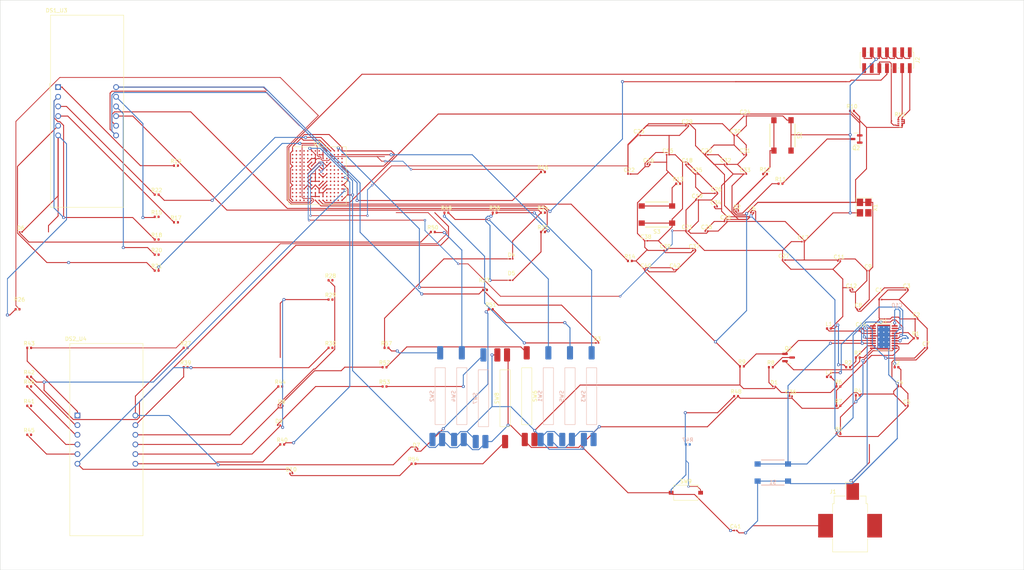
<source format=kicad_pcb>
(kicad_pcb (version 20221018) (generator pcbnew)
  (title_block (title "Vending Machine PCB"))
  (layers (0 "F.Cu" signal) (31 "B.Cu" signal) (34 "B.Paste" user) (35 "F.Paste" user) (36 "B.SilkS" user "B.Silkscreen") (37 "F.SilkS" user "F.Silkscreen") (38 "B.Mask" user) (39 "F.Mask" user) (44 "Edge.Cuts" user))
  (net 0 "")
  (net 1 "+12V")
  (net 2 "GND")
  (net 3 "+1V0")
  (net 4 "Net-(U1-VREG5)")
  (net 5 "+3V3")
  (net 6 "Net-(U1-SW2)")
  (net 7 "Net-(U1-VBST2)")
  (net 8 "+1V8A")
  (net 9 "Net-(U1-SW3)")
  (net 10 "Net-(U1-VBST3)")
  (net 11 "Net-(U1-SW1)")
  (net 12 "Net-(U1-VBST1)")
  (net 13 "Net-(D1-K)")
  (net 14 "Net-(D2-K)")
  (net 15 "Net-(D3-K)")
  (net 16 "/Vending Machine/DSCA1")
  (net 17 "Net-(D4-K)")
  (net 18 "/Vending Machine/DSCA2")
  (net 19 "Net-(D5-K)")
  (net 20 "/Vending Machine/DSCA3")
  (net 21 "Net-(D6-K)")
  (net 22 "/Vending Machine/DSCA4")
  (net 23 "Net-(D7-K)")
  (net 24 "/Vending Machine/DSCA5")
  (net 25 "Net-(D8-K)")
  (net 26 "/Vending Machine/DSCA6")
  (net 27 "Net-(D9-K)")
  (net 28 "/Vending Machine/DSCA7")
  (net 29 "Net-(D10-K)")
  (net 30 "/Vending Machine/DSCA8")
  (net 31 "/Vending Machine/DS1E")
  (net 32 "/Vending Machine/DS1D")
  (net 33 "/Vending Machine/DS1P")
  (net 34 "/Vending Machine/DS1C")
  (net 35 "/Vending Machine/DS1G")
  (net 36 "/Vending Machine/DS1B")
  (net 37 "/Vending Machine/DS1F")
  (net 38 "/Vending Machine/DS1A")
  (net 39 "/Vending Machine/DS2E")
  (net 40 "/Vending Machine/DS2D")
  (net 41 "/Vending Machine/DS2P")
  (net 42 "/Vending Machine/DS2C")
  (net 43 "/Vending Machine/DS2G")
  (net 44 "/Vending Machine/DS2B")
  (net 45 "/Vending Machine/DS2F")
  (net 46 "/Vending Machine/DS2A")
  (net 48 "/Utilities/JTAG_TMS")
  (net 49 "/Utilities/JTAG_TCK")
  (net 50 "/Utilities/JTAG_TDO")
  (net 51 "/Utilities/JTAG_TDI")
  (net 54 "/Power Supply/PG00D")
  (net 55 "Net-(Q1-D)")
  (net 56 "/Utilities/FPGA_DONE")
  (net 57 "Net-(Q2-D)")
  (net 58 "Net-(U1-EN1)")
  (net 59 "Net-(U1-VFB1)")
  (net 60 "Net-(U1-VFB2)")
  (net 61 "Net-(U1-VFB3)")
  (net 62 "SYSRES")
  (net 63 "/Utilities/PROGRAM_B")
  (net 64 "/Utilities/INIT_B")
  (net 65 "/Vending Machine/EDS1A")
  (net 66 "/Vending Machine/EDS1B")
  (net 67 "/Vending Machine/EDS1C")
  (net 68 "/Vending Machine/EDS1D")
  (net 69 "/Vending Machine/EDS1E")
  (net 70 "/Vending Machine/EDS1F")
  (net 71 "/Vending Machine/EDS1G")
  (net 72 "/Vending Machine/EDS1P")
  (net 73 "/Vending Machine/EDS1CA1")
  (net 74 "/Vending Machine/EDS1CA2")
  (net 75 "/Vending Machine/EDS1CA3")
  (net 76 "/Vending Machine/EDS1CA4")
  (net 77 "/Vending Machine/EDS2CA5")
  (net 78 "/Vending Machine/EDS2CA6")
  (net 79 "/Vending Machine/EDS2CA7")
  (net 80 "/Vending Machine/EDS2CA8")
  (net 81 "/Vending Machine/EDS2A")
  (net 82 "/Vending Machine/EDS2B")
  (net 83 "/Vending Machine/EDS2C")
  (net 84 "/Vending Machine/EDS2D")
  (net 85 "/Vending Machine/EDS2E")
  (net 86 "/Vending Machine/EDS2F")
  (net 87 "/Vending Machine/EDS2G")
  (net 88 "/Vending Machine/EDS2P")
  (net 89 "/Vending Machine/VendingMachineRESET")
  (net 90 "Net-(SW9-B)")
  (net 91 "Net-(SW1-B)")
  (net 92 "Net-(SW4-B)")
  (net 93 "Net-(SW5-B)")
  (net 94 "Net-(SW6-B)")
  (net 95 "Net-(SW7-B)")
  (net 96 "Net-(SW8-B)")
  (net 97 "Net-(SW2-B)")
  (net 98 "Net-(SW3-B)")
  (net 133 "SYSCLK")
  (footprint "Capacitor_SMD:C_0201_0603Metric" (layer "F.Cu") (at 208.63 154.71)
    (fp_text reference "C41")
    (fp_text value "0.47 µF")
  )
  (footprint "Capacitor_SMD:C_0201_0603Metric" (layer "F.Cu") (at 180.685 60.96)
    (fp_text reference "C22")
    (fp_text value "4.7 µF")
  )
  (footprint "Resistor_SMD:R_0402_1005Metric" (layer "F.Cu") (at 56.39 86.36)
    (fp_text reference "R21")
    (fp_text value "330")
  )
  (footprint "Package_TO_SOT_SMD:SOT-23" (layer "F.Cu") (at 240.3625 51.75 180)
    (fp_text reference "Q2")
    (fp_text value "DMN2041L")
  )
  (footprint "Resistor_SMD:R_0402_1005Metric" (layer "F.Cu") (at 142.75 91.44)
    (fp_text reference "R23")
    (fp_text value "330")
  )
  (footprint "Package_TO_SOT_SMD:SOT-23" (layer "F.Cu") (at 222.5825 109.22)
    (fp_text reference "Q1")
    (fp_text value "DMN2041L")
  )
  (footprint "Capacitor_SMD:C_0201_0603Metric" (layer "F.Cu") (at 195.925 58.42)
    (fp_text reference "C18")
    (fp_text value "0.1 µF")
  )
  (footprint "Resistor_SMD:R_0402_1005Metric" (layer "F.Cu") (at 22.86 114.3)
    (fp_text reference "R42")
    (fp_text value "330")
  )
  (footprint "Capacitor_SMD:C_0201_0603Metric" (layer "F.Cu") (at 235.875 83.82)
    (fp_text reference "C11")
    (fp_text value "22 µF ")
  )
  (footprint "LED_SMD:LED_0201_0603Metric" (layer "F.Cu") (at 149.695 83.27)
    (fp_text reference "D4")
    (fp_text value "LED")
  )
  (footprint "Resistor_SMD:R_Array_Convex_4x0402" (layer "F.Cu") (at 251.96 47.42)
    (fp_text reference "RN1")
    (fp_text value "10K")
  )
  (footprint "Capacitor_SMD:C_0201_0603Metric" (layer "F.Cu") (at 185.08 86.13)
    (fp_text reference "C40")
    (fp_text value "0.47 µF")
  )
  (footprint "Button_Switch_SMD:SW_SPDT_REED_MSDM-DT" (layer "F.Cu") (at 153.72 119.38 180)
    (fp_text reference "SW6")
    (fp_text value "SW_Push_SPDT")
  )
  (footprint "Resistor_SMD:R_0402_1005Metric" (layer "F.Cu") (at 256.03 104.14)
    (fp_text reference "R1")
    (fp_text value "100K")
  )
  (footprint "Capacitor_SMD:C_0201_0603Metric" (layer "F.Cu") (at 226.405 78.74)
    (fp_text reference "C17")
    (fp_text value "0.1 µF")
  )
  (footprint "Resistor_SMD:R_0402_1005Metric" (layer "F.Cu") (at 61.47 58.76)
    (fp_text reference "R19")
    (fp_text value "330")
  )
  (footprint "Capacitor_SMD:C_0201_0603Metric" (layer "F.Cu") (at 211.14 55.88)
    (fp_text reference "C31")
    (fp_text value "0.47 µF")
  )
  (footprint "FPGA_project_parts:B3FS_1010P" (layer "F.Cu") (at 187.965 71.615)
    (fp_text reference "S3")
    (fp_text value "B3FS_1010P")
  )
  (footprint "Capacitor_SMD:C_0201_0603Metric" (layer "F.Cu") (at 221.33 83.59)
    (fp_text reference "C27")
    (fp_text value "0.47 µF")
  )
  (footprint "Capacitor_SMD:C_0201_0603Metric" (layer "F.Cu") (at 256.195 99.06)
    (fp_text reference "C2")
    (fp_text value "10 µF ")
  )
  (footprint "Resistor_SMD:R_0402_1005Metric" (layer "F.Cu") (at 157.99 71.12)
    (fp_text reference "R24")
    (fp_text value "330")
  )
  (footprint "FPGA_project_parts:B3FS_1010P" (layer "F.Cu") (at 220.98 50.8 90)
    (fp_text reference "S2")
    (fp_text value "B3FS_1010P")
  )
  (footprint "Inductor_SMD:L_0402_1005Metric" (layer "F.Cu") (at 250.975 111.76)
    (fp_text reference "L2")
    (fp_text value "2.2 µF ")
  )
  (footprint "Capacitor_SMD:C_0201_0603Metric" (layer "F.Cu") (at 203.455 69.54)
    (fp_text reference "C34")
    (fp_text value "4.7 µF")
  )
  (footprint "Resistor_SMD:R_0402_1005Metric" (layer "F.Cu") (at 56.39 72.22)
    (fp_text reference "R15")
    (fp_text value "330")
  )
  (footprint "LED_SMD:LED_0201_0603Metric" (layer "F.Cu") (at 20.665 76.2)
    (fp_text reference "D6")
    (fp_text value "LED")
  )
  (footprint "Resistor_SMD:R_0402_1005Metric" (layer "F.Cu") (at 102.11 93.98)
    (fp_text reference "R29")
    (fp_text value "330")
  )
  (footprint "Capacitor_SMD:C_0201_0603Metric" (layer "F.Cu") (at 197.78 81.05)
    (fp_text reference "C37")
    (fp_text value "4.7 µF")
  )
  (footprint "Resistor_SMD:R_0402_1005Metric" (layer "F.Cu") (at 102.11 88.9)
    (fp_text reference "R28")
    (fp_text value "330")
  )
  (footprint "Capacitor_SMD:C_0201_0603Metric" (layer "F.Cu") (at 241.645 101.6)
    (fp_text reference "C14")
    (fp_text value "0.1 µF ")
  )
  (footprint "Capacitor_SMD:C_0201_0603Metric" (layer "F.Cu") (at 198.555 67.79)
    (fp_text reference "C19")
    (fp_text value "47 µF")
  )
  (footprint "Resistor_SMD:R_0402_1005Metric" (layer "F.Cu") (at 19.81 96.52)
    (fp_text reference "R26")
    (fp_text value "330")
  )
  (footprint "Resistor_SMD:R_0402_1005Metric" (layer "F.Cu") (at 61.47 73.66)
    (fp_text reference "R17")
    (fp_text value "330")
  )
  (footprint "Resistor_SMD:R_0402_1005Metric" (layer "F.Cu") (at 116.84 106.68)
    (fp_text reference "R57")
    (fp_text value "330")
  )
  (footprint "Resistor_SMD:R_0402_1005Metric" (layer "F.Cu") (at 240.795 119.15)
    (fp_text reference "R4")
    (fp_text value "2.2K")
  )
  (footprint "Resistor_SMD:R_0402_1005Metric" (layer "F.Cu") (at 56.39 78.19)
    (fp_text reference "R18")
    (fp_text value "330")
  )
  (footprint "Button_Switch_SMD:SW_Tactile_SPST_NO_Straight_CK_PTS636Sx25SMTRLFS" (layer "F.Cu") (at 195.58 144.78)
    (fp_text reference "SW9")
    (fp_text value "SW_SPST")
  )
  (footprint "Connector_BarrelJack:BarrelJack_CUI_PJ-036AH-SMT_Horizontal" (layer "F.Cu") (at 238.765 150.25)
    (fp_text reference "J1")
    (fp_text value "Barrel_Jack_Switch")
  )
  (footprint "Resistor_SMD:R_0402_1005Metric" (layer "F.Cu") (at 56.39 66.38)
    (fp_text reference "R22")
    (fp_text value "330")
  )
  (footprint "LED_SMD:LED_0201_0603Metric" (layer "F.Cu") (at 91.785 139.7)
    (fp_text reference "D10")
    (fp_text value "LED")
  )
  (footprint "Capacitor_SMD:C_0201_0603Metric" (layer "F.Cu") (at 258.735 106.68)
    (fp_text reference "C7")
    (fp_text value "1 µF ")
  )
  (footprint "Capacitor_SMD:C_0201_0603Metric" (layer "F.Cu") (at 201.01 75.97)
    (fp_text reference "C28")
    (fp_text value "0.47 µF")
  )
  (footprint "Resistor_SMD:R_0402_1005Metric" (layer "F.Cu") (at 220.47 63.5)
    (fp_text reference "R11")
    (fp_text value "680")
  )
  (footprint "Capacitor_SMD:C_0201_0603Metric" (layer "F.Cu") (at 185.08 78.51)
    (fp_text reference "C38")
    (fp_text value "0.47 µF")
  )
  (footprint "LED_SMD:LED_0201_0603Metric" (layer "F.Cu") (at 149.695 88.9)
    (fp_text reference "D5")
    (fp_text value "LED")
  )
  (footprint "Capacitor_SMD:C_0201_0603Metric" (layer "F.Cu") (at 203.545 66.04)
    (fp_text reference "C26")
    (fp_text value "0.47 µF")
  )
  (footprint "LED_SMD:LED_0201_0603Metric" (layer "F.Cu") (at 209.05 70.69)
    (fp_text reference "D2")
    (fp_text value "LED")
  )
  (footprint "Resistor_SMD:R_0402_1005Metric" (layer "F.Cu") (at 102.11 106.68)
    (fp_text reference "R30")
    (fp_text value "330")
  )
  (footprint "LED_SMD:LED_0201_0603Metric" (layer "F.Cu") (at 124.705 133.32)
    (fp_text reference "D7")
    (fp_text value "LED")
  )
  (footprint "Capacitor_SMD:C_0201_0603Metric" (layer "F.Cu") (at 239.105 91.44)
    (fp_text reference "C12")
    (fp_text value "22 µF ")
  )
  (footprint "Resistor_SMD:R_0402_1005Metric" (layer "F.Cu") (at 239.265 44.36)
    (fp_text reference "R10")
    (fp_text value "330")
  )
  (footprint "Resistor_SMD:R_0402_1005Metric" (layer "F.Cu") (at 240.79 109.22)
    (fp_text reference "R3")
    (fp_text value "2.2K")
  )
  (footprint "Connector_PinHeader_2.00mm:PinHeader_2x07_P2.00mm_Vertical_SMD" (layer "F.Cu") (at 248.465 31.02 -90)
    (fp_text reference "J2")
    (fp_text value "XILINX_JTAG")
  )
  (footprint "Capacitor_SMD:C_0201_0603Metric" (layer "F.Cu") (at 243.495 86.36)
    (fp_text reference "C9")
    (fp_text value "22 µF ")
  )
  (footprint "Package_SO:HTSSOP-20-1EP_4.4x6.5mm_P0.65mm_EP3.4x6.5mm_Mask2.75x3.43mm_ThermalVias" (layer "F.Cu") (at 247.625 103.85)
    (fp_text reference "U1")
    (fp_text value "TPS65581")
  )
  (footprint "Display_7Segment:CA56-12CGKWA" (layer "F.Cu") (at 35.56 124.46)
    (fp_text reference "DS2_U4")
    (fp_text value "CA56-12CGKWA")
  )
  (footprint "Resistor_SMD:R_0402_1005Metric" (layer "F.Cu") (at 22.86 129.54)
    (fp_text reference "R45")
    (fp_text value "330")
  )
  (footprint "Resistor_SMD:R_0402_1005Metric" (layer "F.Cu") (at 116.33 111.76)
    (fp_text reference "R52")
    (fp_text value "330")
  )
  (footprint "Button_Switch_SMD:SW_SPDT_REED_MSDM-DT" (layer "F.Cu") (at 148.03 119.93)
    (fp_text reference "SW8")
    (fp_text value "SW_Push_SPDT")
  )
  (footprint "Resistor_SMD:R_0402_1005Metric" (layer "F.Cu") (at 145.29 71.12)
    (fp_text reference "R58")
    (fp_text value "330")
  )
  (footprint "Resistor_SMD:R_0402_1005Metric" (layer "F.Cu") (at 235.715 129.31)
    (fp_text reference "R5")
    (fp_text value "680")
  )
  (footprint "Capacitor_SMD:C_0201_0603Metric" (layer "F.Cu") (at 185.765 58.42)
    (fp_text reference "C16")
    (fp_text value "47 µF")
  )
  (footprint "Resistor_SMD:R_0402_1005Metric" (layer "F.Cu") (at 208.79 119.38)
    (fp_text reference "R48")
    (fp_text value "330")
  )
  (footprint "Capacitor_SMD:C_0201_0603Metric" (layer "F.Cu") (at 206.06 58.42)
    (fp_text reference "C32")
    (fp_text value "0.47 µF")
  )
  (footprint "Capacitor_SMD:C_0201_0603Metric" (layer "F.Cu") (at 253.655 121.92)
    (fp_text reference "C5")
    (fp_text value "22 µF ")
  )
  (footprint "Resistor_SMD:R_0402_1005Metric" (layer "F.Cu") (at 64.01 106.68)
    (fp_text reference "R27")
    (fp_text value "330")
  )
  (footprint "Resistor_SMD:R_0402_1005Metric" (layer "F.Cu") (at 238.25 111.76)
    (fp_text reference "R2")
    (fp_text value "3.0K")
  )
  (footprint "Display_7Segment:CA56-12CGKWA" (layer "F.Cu") (at 30.48 38.1)
    (fp_text reference "DS1_U3")
    (fp_text value "CA56-12CGKWA")
  )
  (footprint "Capacitor_SMD:C_0201_0603Metric" (layer "F.Cu") (at 208.6 50.8)
    (fp_text reference "C30")
    (fp_text value "0.47 µF")
  )
  (footprint "LED_SMD:LED_0201_0603Metric" (layer "F.Cu") (at 89.245 121.92)
    (fp_text reference "D8")
    (fp_text value "LED")
  )
  (footprint "Resistor_SMD:R_0402_1005Metric" (layer "F.Cu") (at 235.71 116.84)
    (fp_text reference "R6")
    (fp_text value "7.36K")
  )
  (footprint "Capacitor_SMD:C_0201_0603Metric" (layer "F.Cu") (at 195.93 75.97)
    (fp_text reference "C21")
    (fp_text value "4.7 µF")
  )
  (footprint "Resistor_SMD:R_0402_1005Metric" (layer "F.Cu") (at 157.99 60.41)
    (fp_text reference "R16")
    (fp_text value "330")
  )
  (footprint "Capacitor_SMD:C_0201_0603Metric" (layer "F.Cu") (at 190.16 81.05)
    (fp_text reference "C39")
    (fp_text value "0.47 µF")
  )
  (footprint "Capacitor_SMD:C_0201_0603Metric" (layer "F.Cu") (at 246.725 93.98)
    (fp_text reference "C1")
    (fp_text value "10 µF ")
  )
  (footprint "Package_BGA:Xilinx_FTGB196" (layer "F.Cu") (at 98.64 61.38)
    (fp_text reference "U2")
    (fp_text value "XC7S50-FTGB196")
  )
  (footprint "Capacitor_SMD:C_0201_0603Metric" (layer "F.Cu") (at 253.655 91.44)
    (fp_text reference "C3")
    (fp_text value "10 µF ")
  )
  (footprint "Capacitor_SMD:C_0201_0603Metric" (layer "F.Cu") (at 251.805 116.84)
    (fp_text reference "C4")
    (fp_text value "22 µF ")
  )
  (footprint "Resistor_SMD:R_0402_1005Metric" (layer "F.Cu") (at 210.315 111.53)
    (fp_text reference "R9")
    (fp_text value "100K")
  )
  (footprint "LED_SMD:LED_0201_0603Metric" (layer "F.Cu") (at 88.555 127)
    (fp_text reference "D9")
    (fp_text value "LED")
  )
  (footprint "Capacitor_SMD:C_0201_0603Metric" (layer "F.Cu") (at 198.465 60.96)
    (fp_text reference "C25")
    (fp_text value "0.47 µF")
  )
  (footprint "Resistor_SMD:R_0402_1005Metric" (layer "F.Cu") (at 216.41 60.96)
    (fp_text reference "R12")
    (fp_text value "4.75K")
  )
  (footprint "Resistor_SMD:R_0402_1005Metric" (layer "F.Cu") (at 180.85 83.82)
    (fp_text reference "R14")
    (fp_text value "4.75K")
  )
  (footprint "Inductor_SMD:L_0402_1005Metric" (layer "F.Cu") (at 233.195 114.3)
    (fp_text reference "L3")
    (fp_text value "2.2 µH")
  )
  (footprint "Resistor_SMD:R_0402_1005Metric" (layer "F.Cu") (at 235.71 121.92)
    (fp_text reference "R7")
    (fp_text value "2.2K")
  )
  (footprint "Capacitor_SMD:C_0201_0603Metric" (layer "F.Cu") (at 223.175 119.38)
    (fp_text reference "C36")
    (fp_text value "47 µF")
  )
  (footprint "Resistor_SMD:R_0402_1005Metric" (layer "F.Cu") (at 64.01 111.76)
    (fp_text reference "R39")
    (fp_text value "330")
  )
  (footprint "Resistor_SMD:R_0402_1005Metric" (layer "F.Cu") (at 22.86 106.68)
    (fp_text reference "R43")
    (fp_text value "330")
  )
  (footprint "Capacitor_SMD:C_0201_0603Metric" (layer "F.Cu") (at 192.7 86.13)
    (fp_text reference "C42")
    (fp_text value "4.7 µF")
  )
  (footprint "Capacitor_SMD:C_0201_0603Metric" (layer "F.Cu") (at 206.065 73.43)
    (fp_text reference "C35")
    (fp_text value "0.47 µF")
  )
  (footprint "Resistor_SMD:R_0402_1005Metric" (layer "F.Cu") (at 129.03 76.2)
    (fp_text reference "R50")
    (fp_text value "330")
  )
  (footprint "LED_SMD:LED_0201_0603Metric" (layer "F.Cu") (at 218.785 116.84)
    (fp_text reference "D1")
    (fp_text value "LED")
  )
  (footprint "Resistor_SMD:R_0402_1005Metric" (layer "F.Cu") (at 217.93 111.76)
    (fp_text reference "R8")
    (fp_text value "680")
  )
  (footprint "Capacitor_SMD:C_0201_0603Metric" (layer "F.Cu") (at 240.955 96.52)
    (fp_text reference "C8")
    (fp_text value "22 µF ")
  )
  (footprint "Capacitor_SMD:C_0201_0603Metric" (layer "F.Cu") (at 190.845 55.88)
    (fp_text reference "C15")
    (fp_text value "0.1 µF ")
  )
  (footprint "Resistor_SMD:R_0402_1005Metric" (layer "F.Cu") (at 56.39 82.17)
    (fp_text reference "R20")
    (fp_text value "330")
  )
  (footprint "Resistor_SMD:R_0402_1005Metric" (layer "F.Cu") (at 22.86 121.92)
    (fp_text reference "R41")
    (fp_text value "330")
  )
  (footprint "Resistor_SMD:R_0402_1005Metric" (layer "F.Cu") (at 88.9 116.84)
    (fp_text reference "R44")
    (fp_text value "330")
  )
  (footprint "Resistor_SMD:R_0402_1005Metric" (layer "F.Cu") (at 193.55 63.5)
    (fp_text reference "R13")
    (fp_text value "4.75K")
  )
  (footprint "LED_SMD:LED_0201_0603Metric" (layer "F.Cu") (at 172.275 105.38)
    (fp_text reference "D3")
    (fp_text value "LED")
  )
  (footprint "Capacitor_SMD:C_0201_0603Metric" (layer "F.Cu") (at 211.165 45.72)
    (fp_text reference "C24")
    (fp_text value "4.7 µF")
  )
  (footprint "Resistor_SMD:R_0402_1005Metric" (layer "F.Cu") (at 116.33 116.84)
    (fp_text reference "R53")
    (fp_text value "330")
  )
  (footprint "Oscillator:Oscillator_SMD_Abracon_ASE-4Pin_3.2x2.5mm_HandSoldering" (layer "F.Cu") (at 242.47 69.79 -90)
    (fp_text reference "X1")
    (fp_text value "DSC61XX")
  )
  (footprint "Resistor_SMD:R_0402_1005Metric" (layer "F.Cu") (at 22.86 116.84)
    (fp_text reference "R46")
    (fp_text value "330")
  )
  (footprint "Capacitor_SMD:C_0201_0603Metric" (layer "F.Cu") (at 183.225 50.8)
    (fp_text reference "C23")
    (fp_text value "4.7 µF")
  )
  (footprint "Capacitor_SMD:C_0201_0603Metric" (layer "F.Cu") (at 213.015 71.12)
    (fp_text reference "C6")
    (fp_text value "22 µF ")
  )
  (footprint "Resistor_SMD:R_0402_1005Metric" (layer "F.Cu") (at 89.41 132.08)
    (fp_text reference "R40")
    (fp_text value "330")
  )
  (footprint "Capacitor_SMD:C_0201_0603Metric" (layer "F.Cu") (at 195.9 48.26)
    (fp_text reference "C29")
    (fp_text value "0.47 µF")
  )
  (footprint "Resistor_SMD:R_0402_1005Metric" (layer "F.Cu") (at 132.59 71.12)
    (fp_text reference "R49")
    (fp_text value "330")
  )
  (footprint "Resistor_SMD:R_0402_1005Metric" (layer "F.Cu") (at 144.27 96.52)
    (fp_text reference "R51")
    (fp_text value "330")
  )
  (footprint "Resistor_SMD:R_0402_1005Metric" (layer "F.Cu") (at 123.95 137.16)
    (fp_text reference "R54")
    (fp_text value "330")
  )
  (footprint "Capacitor_SMD:C_0201_0603Metric" (layer "F.Cu") (at 211.14 60.96)
    (fp_text reference "C33")
    (fp_text value "100 µF")
  )
  (footprint "Inductor_SMD:L_0402_1005Metric" (layer "F.Cu") (at 233.195 101.6)
    (fp_text reference "L1")
    (fp_text value "2.2 µH")
  )
  (footprint "Capacitor_SMD:C_0201_0603Metric" (layer "F.Cu") (at 201.005 55.88)
    (fp_text reference "C20")
    (fp_text value "47 µF")
  )
  (footprint "Resistor_SMD:R_0402_1005Metric" (layer "F.Cu") (at 157.99 76.2)
    (fp_text reference "R25")
    (fp_text value "330")
  )
  (footprint "Resistor_SMD:R_0402_1005Metric" (layer "B.Cu") (at 196.09 132.08 180)
    (fp_text reference "R47")
    (fp_text value "330")
  )
  (footprint "Button_Switch_SMD:SW_SPDT_REED_MSDM-DT" (layer "B.Cu") (at 170.79 119.38)
    (fp_text reference "SW3")
    (fp_text value "SW_Push_SPDT")
  )
  (footprint "Button_Switch_SMD:SW_SPDT_REED_MSDM-DT" (layer "B.Cu") (at 130.96 119.38)
    (fp_text reference "SW2")
    (fp_text value "SW_Push_SPDT")
  )
  (footprint "Button_Switch_SMD:SW_SPDT_REED_MSDM-DT" (layer "B.Cu") (at 136.65 119.38)
    (fp_text reference "SW4")
    (fp_text value "SW_Push_SPDT")
  )
  (footprint "Capacitor_SMD:C_0201_0603Metric" (layer "B.Cu") (at 251.115 96.52 180)
    (fp_text reference "C10")
    (fp_text value "0.1 µF ")
  )
  (footprint "Capacitor_SMD:C_0201_0603Metric" (layer "B.Cu") (at 253.655 104.14 180)
    (fp_text reference "C13" hide)
    (fp_text value "0.1 µF ")
  )
  (footprint "Button_Switch_SMD:SW_SPDT_REED_MSDM-DT" (layer "B.Cu") (at 165.1 119.38)
    (fp_text reference "SW5")
    (fp_text value "SW_Push_SPDT")
  )
  (footprint "FPGA_project_parts:B3FS_1010P" (layer "B.Cu") (at 218.445 139.47 180)
    (fp_text reference "S1")
    (fp_text value "B3FS_1010P")
  )
  (footprint "Button_Switch_SMD:SW_SPDT_REED_MSDM-DT" (layer "B.Cu") (at 159.41 119.38)
    (fp_text reference "SW1")
    (fp_text value "SW_Push_SPDT")
  )
  (footprint "Button_Switch_SMD:SW_SPDT_REED_MSDM-DT" (layer "B.Cu") (at 142.34 119.93)
    (fp_text reference "SW7")
    (fp_text value "SW_Push_SPDT")
  )
  (gr_rect (start 15.24 15.24) (end 284.48 165.1) (stroke (width 0.1)) (fill none) (layer "Edge.Cuts"))
  (segment (start 251.523 98.6081) (end 249.8 98.6081) (width 0.25) (layer "F.Cu") (net 1))
  (segment (start 244.762 101.5365) (end 244.7625 101.537) (width 0.2) (layer "F.Cu") (net 1))
  (segment (start 243.84 136.802) (end 243.84 132.08) (width 0.25) (layer "F.Cu") (net 1))
  (segment (start 239.465 144.45) (end 239.465 141.923) (width 0.25) (layer "F.Cu") (net 1))
  (segment (start 239.465 141.923) (end 239.312 141.923) (width 0.25) (layer "F.Cu") (net 1))
  (segment (start 244.7625 101.537) (end 244.7625 101.575) (width 0.2) (layer "F.Cu") (net 1))
  (segment (start 248.723 91.44) (end 253.335 91.44) (width 0.25) (layer "F.Cu") (net 1))
  (segment (start 244.762 101.575) (end 244.762 101.5365) (width 0.25) (layer "F.Cu") (net 1))
  (segment (start 244.762 101.498) (end 243.128 101.498) (width 0.25) (layer "F.Cu") (net 1))
  (segment (start 246.405 93.98) (end 246.405 93.7578) (width 0.25) (layer "F.Cu") (net 1))
  (segment (start 246.405 93.7578) (end 248.723 91.44) (width 0.25) (layer "F.Cu") (net 1))
  (segment (start 251.788 99.06) (end 251.788 98.8728) (width 0.25) (layer "F.Cu") (net 1))
  (segment (start 244.762 101.498) (end 244.762 101.2115) (width 0.25) (layer "F.Cu") (net 1))
  (segment (start 255.875 103.475) (end 255.875 99.06) (width 0.25) (layer "F.Cu") (net 1))
  (segment (start 249.8 98.6081) (end 249.35 99.0585) (width 0.25) (layer "F.Cu") (net 1))
  (segment (start 246.405 93.98) (end 246.405 98.8375) (width 0.25) (layer "F.Cu") (net 1))
  (segment (start 246.405 98.8375) (end 246.628 99.06) (width 0.25) (layer "F.Cu") (net 1))
  (segment (start 244.762 101.5365) (end 244.762 101.498) (width 0.25) (layer "F.Cu") (net 1))
  (segment (start 251.788 98.8728) (end 251.523 98.6081) (width 0.25) (layer "F.Cu") (net 1))
  (segment (start 244.762 101.2115) (end 244.7625 101.211) (width 0.2) (layer "F.Cu") (net 1))
  (segment (start 244.762 101.2115) (end 244.762 100.925) (width 0.25) (layer "F.Cu") (net 1))
  (segment (start 239.312 141.923) (end 239.016 141.626) (width 0.25) (layer "F.Cu") (net 1))
  (segment (start 255.875 99.06) (end 251.788 99.06) (width 0.25) (layer "F.Cu") (net 1))
  (segment (start 239.016 141.626) (end 243.84 136.802) (width 0.25) (layer "F.Cu") (net 1))
  (segment (start 244.7625 101.211) (end 244.7625 100.925) (width 0.2) (layer "F.Cu") (net 1))
  (segment (start 247.846 99.06) (end 246.628 99.06) (width 0.25) (layer "F.Cu") (net 1))
  (segment (start 249.35 99.0585) (end 247.848 99.0585) (width 0.25) (layer "F.Cu") (net 1))
  (segment (start 256.54 104.14) (end 255.875 103.475) (width 0.25) (layer "F.Cu") (net 1))
  (segment (start 247.848 99.0585) (end 247.846 99.06) (width 0.25) (layer "F.Cu") (net 1))
  (segment (start 244.762 100.925) (end 246.628 99.06) (width 0.25) (layer "F.Cu") (net 1))
  (via (at 243.128 101.498) (size 0.8) (drill 0.4) (layers "F.Cu" "B.Cu") (net 1))
  (via (at 239.016 141.626) (size 0.8) (drill 0.4) (layers "F.Cu" "B.Cu") (net 1))
  (segment (start 243.128 101.498) (end 243.259 101.628) (width 0.25) (layer "B.Cu") (net 1))
  (segment (start 243.259 137.383) (end 239.016 141.626) (width 0.25) (layer "B.Cu") (net 1))
  (segment (start 243.259 101.628) (end 243.259 137.383) (width 0.25) (layer "B.Cu") (net 1))
  (segment (start 244.7625 103.525) (end 244.762 103.525) (width 0.25) (layer "F.Cu") (net 2))
  (segment (start 206.385 73.6454) (end 204.06 75.97) (width 0.25) (layer "F.Cu") (net 2))
  (segment (start 149.462 127.032) (end 153.21 130.78) (width 0.25) (layer "F.Cu") (net 2))
  (segment (start 185.941 86.6706) (end 185.4 86.13) (width 0.25) (layer "F.Cu") (net 2))
  (segment (start 188.347 78.51) (end 185.4 78.51) (width 0.25) (layer "F.Cu") (net 2))
  (segment (start 244.762 106.775) (end 244.7625 106.775) (width 0.25) (layer "F.Cu") (net 2))
  (segment (start 94.512 51.2855) (end 94.512 51.5905) (width 0.25) (layer "F.Cu") (net 2))
  (segment (start 100.9938 58.7338) (end 100.14 57.88) (width 0.2) (layer "F.Cu") (net 2))
  (segment (start 246 106.775) (end 244.7625 106.775) (width 0.25) (layer "F.Cu") (net 2))
  (segment (start 99.8376 59.5776) (end 99.14 58.88) (width 0.25) (layer "F.Cu") (net 2))
  (segment (start 244.465 29.7434) (end 245.274 30.5519) (width 0.25) (layer "F.Cu") (net 2))
  (segment (start 250.24 118.085) (end 251.485 116.84) (width 0.25) (layer "F.Cu") (net 2))
  (segment (start 102.14 64.88) (end 101.14 64.88) (width 0.25) (layer "F.Cu") (net 2))
  (segment (start 193.02 86.4004) (end 192.75 86.6706) (width 0.25) (layer "F.Cu") (net 2))
  (segment (start 240.635 96.7574) (end 240.635 96.52) (width 0.25) (layer "F.Cu") (net 2))
  (segment (start 98.64 56.88) (end 99.14 56.88) (width 0.2) (layer "F.Cu") (net 2))
  (segment (start 253.975 91.44) (end 253.975 91.1949) (width 0.25) (layer "F.Cu") (net 2))
  (segment (start 246.465 29.7434) (end 246.465 30.5519) (width 0.25) (layer "F.Cu") (net 2))
  (segment (start 211.485 48.235) (end 208.92 50.8) (width 0.25) (layer "F.Cu") (net 2))
  (segment (start 98.14 57.38) (end 98.64 56.88) (width 0.2) (layer "F.Cu") (net 2))
  (segment (start 198.1 80.8226) (end 197.8 80.5227) (width 0.25) (layer "F.Cu") (net 2))
  (segment (start 153.21 131.152) (end 154.923 132.865) (width 0.25) (layer "F.Cu") (net 2))
  (segment (start 97.14 54.677) (end 97.14 54.7785) (width 0.25) (layer "F.Cu") (net 2))
  (segment (start 252.465 30.5519) (end 251.274 30.5519) (width 0.25) (layer "F.Cu") (net 2))
  (segment (start 194.703 57.8071) (end 194.703 70.1004) (width 0.25) (layer "F.Cu") (net 2))
  (segment (start 250.346 109.856) (end 249.765 110.437) (width 0.25) (layer "F.Cu") (net 2))
  (segment (start 92.14 53.7823) (end 94.3318 51.5905) (width 0.25) (layer "F.Cu") (net 2))
  (segment (start 97.14 54.7785) (end 97.14 54.88) (width 0.25) (layer "F.Cu") (net 2))
  (segment (start 250.465 30.5519) (end 250.465 29.7434) (width 0.25) (layer "F.Cu") (net 2))
  (segment (start 198.875 73.345) (end 198.875 67.79) (width 0.25) (layer "F.Cu") (net 2))
  (segment (start 97.14 54.7785) (end 98.14 55.7785) (width 0.2) (layer "F.Cu") (net 2))
  (segment (start 209.568 155.328) (end 208.95 154.71) (width 0.25) (layer "F.Cu") (net 2))
  (segment (start 100.4424 59.5776) (end 101.14 58.88) (width 0.2) (layer "F.Cu") (net 2))
  (segment (start 193.02 86.13) (end 193.279 86.13) (width 0.25) (layer "F.Cu") (net 2))
  (segment (start 97.7901 56.88) (end 98.14 56.5301) (width 0.2) (layer "F.Cu") (net 2))
  (segment (start 203.865 66.2343) (end 202.309 67.79) (width 0.25) (layer "F.Cu") (net 2))
  (segment (start 98.14 57.88) (end 98.14 57.38) (width 0.25) (layer "F.Cu") (net 2))
  (segment (start 97.14 58.88) (end 98.14 57.88) (width 0.25) (layer "F.Cu") (net 2))
  (segment (start 191.165 55.2956) (end 187.672 55.2956) (width 0.25) (layer "F.Cu") (net 2))
  (segment (start 98.9961 64.7361) (end 98.14 63.88) (width 0.25) (layer "F.Cu") (net 2))
  (segment (start 246.325 106.45) (end 246 106.775) (width 0.25) (layer "F.Cu") (net 2))
  (segment (start 251.274 30.5519) (end 250.465 29.7434) (width 0.25) (layer "F.Cu") (net 2))
  (segment (start 194.703 70.1004) (end 191.965 72.8381) (width 0.25) (layer "F.Cu") (net 2))
  (segment (start 221.076 45.6731) (end 211.532 45.6731) (width 0.25) (layer "F.Cu") (net 2))
  (segment (start 226.725 78.74) (end 226.725 83.59) (width 0.25) (layer "F.Cu") (net 2))
  (segment (start 247.625 106.45) (end 246.325 106.45) (width 0.25) (layer "F.Cu") (net 2))
  (segment (start 99.14 62.88) (end 98.14 62.88) (width 0.25) (layer "F.Cu") (net 2))
  (segment (start 250.488 102.225) (end 250.4875 102.225) (width 0.25) (layer "F.Cu") (net 2))
  (segment (start 96.14 61.88) (end 97.14 60.88) (width 0.25) (layer "F.Cu") (net 2))
  (segment (start 248.925 106.45) (end 247.625 106.45) (width 0.25) (layer "F.Cu") (net 2))
  (segment (start 226.725 78.4699) (end 226.725 78.74) (width 0.25) (layer "F.Cu") (net 2))
  (segment (start 222.203 46.8) (end 221.076 45.6731) (width 0.25) (layer "F.Cu") (net 2))
  (segment (start 206.38 58.1527) (end 206.38 58.42) (width 0.25) (layer "F.Cu") (net 2))
  (segment (start 198.785 60.7657) (end 198.785 60.96) (width 0.25) (layer "F.Cu") (net 2))
  (segment (start 212.695 71.12) (end 212.695 70.8594) (width 0.25) (layer "F.Cu") (net 2))
  (segment (start 100.428 61.5922) (end 100.14 61.5922) (width 0.25) (layer "F.Cu") (net 2))
  (segment (start 98.14 63.88) (end 97.2685 64.7515) (width 0.25) (layer "F.Cu") (net 2))
  (segment (start 106.708 66.3121) (end 105.14 67.88) (width 0.25) (layer "F.Cu") (net 2))
  (segment (start 191.965 74.8919) (end 188.347 78.51) (width 0.25) (layer "F.Cu") (net 2))
  (segment (start 202.309 67.79) (end 203.775 69.2557) (width 0.25) (layer "F.Cu") (net 2))
  (segment (start 209.161 58.42) (end 206.38 58.42) (width 0.25) (layer "F.Cu") (net 2))
  (segment (start 184.844 59.0248) (end 182.908 60.96) (width 0.25) (layer "F.Cu") (net 2))
  (segment (start 196.22 48.4802) (end 193.9 50.8) (width 0.25) (layer "F.Cu") (net 2))
  (segment (start 101.2862 58.7338) (end 100.9938 58.7338) (width 0.2) (layer "F.Cu") (net 2))
  (segment (start 202.309 67.79) (end 198.875 67.79) (width 0.25) (layer "F.Cu") (net 2))
  (segment (start 221.645 110.17) (end 223.908 112.432) (width 0.25) (layer "F.Cu") (net 2))
  (segment (start 201.33 75.97) (end 201.33 76.2101) (width 0.25) (layer "F.Cu") (net 2))
  (segment (start 248.465 30.5519) (end 247.274 30.5519) (width 0.25) (layer "F.Cu") (net 2))
  (segment (start 101.2862 58.7338) (end 101.14 58.88) (width 0.25) (layer "F.Cu") (net 2))
  (segment (start 105.14 54.88) (end 105.14 53.9671) (width 0.25) (layer "F.Cu") (net 2))
  (segment (start 92.14 63.88) (end 91.6131 63.3531) (width 0.25) (layer "F.Cu") (net 2))
  (segment (start 236.22 121.92) (end 239.688 118.452) (width 0.25) (layer "F.Cu") (net 2))
  (segment (start 107.918 66.4661) (end 106.862 66.4661) (width 0.25) (layer "F.Cu") (net 2))
  (segment (start 253.975 91.681) (end 253.975 91.44) (width 0.25) (layer "F.Cu") (net 2))
  (segment (start 211.532 45.6731) (end 211.485 45.72) (width 0.25) (layer "F.Cu") (net 2))
  (segment (start 203.865 65.7949) (end 203.865 66.04) (width 0.25) (layer "F.Cu") (net 2))
  (segment (start 251.676 93.98) (end 247.045 93.98) (width 0.25) (layer "F.Cu") (net 2))
  (segment (start 106.735 60.4749) (end 106.735 62.5743) (width 0.25) (layer "F.Cu") (net 2))
  (segment (start 201.325 55.88) (end 204.107 55.88) (width 0.25) (layer "F.Cu") (net 2))
  (segment (start 226.134 122.581) (end 235.559 122.581) (width 0.25) (layer "F.Cu") (net 2))
  (segment (start 235.325 83.59) (end 235.555 83.82) (width 0.25) (layer "F.Cu") (net 2))
  (segment (start 247.274 30.5519) (end 246.465 29.7434) (width 0.25) (layer "F.Cu") (net 2))
  (segment (start 92.14 67.88) (end 91.6085 67.3485) (width 0.25) (layer "F.Cu") (net 2))
  (segment (start 98.14 57.38) (end 98.14 56.88) (width 0.25) (layer "F.Cu") (net 2))
  (segment (start 98.14 61.88) (end 98.14 62.88) (width 0.25) (layer "F.Cu") (net 2))
  (segment (start 241.305 119.15) (end 241.63 118.825) (width 0.25) (layer "F.Cu") (net 2))
  (segment (start 191.965 72.8381) (end 191.965 73.865) (width 0.25) (layer "F.Cu") (net 2))
  (segment (start 241.63 118.825) (end 250.24 118.825) (width 0.25) (layer "F.Cu") (net 2))
  (segment (start 100.14 55.88) (end 100.14 54.88) (width 0.25) (layer "F.Cu") (net 2))
  (segment (start 91.6131 59.4069) (end 92.14 58.88) (width 0.25) (layer "F.Cu") (net 2))
  (segment (start 191.007 80.5227) (end 190.684 80.8465) (width 0.25) (layer "F.Cu") (net 2))
  (segment (start 209.3 119.38) (end 201.255 127.425) (width 0.25) (layer "F.Cu") (net 2))
  (segment (start 198.1 81.05) (end 198.1 80.8226) (width 0.25) (layer "F.Cu") (net 2))
  (segment (start 196.815 76.535) (end 196.25 75.97) (width 0.25) (layer "F.Cu") (net 2))
  (segment (start 248.925 105.15) (end 247.625 105.15) (width 0.25) (layer "F.Cu") (net 2))
  (segment (start 96.14 63.88) (end 97.0115 64.7515) (width 0.25) (layer "F.Cu") (net 2))
  (segment (start 213.024 70.5309) (end 213.622 70.5309) (width 0.25) (layer "F.Cu") (net 2))
  (segment (start 211.485 45.72) (end 211.485 48.235) (width 0.25) (layer "F.Cu") (net 2))
  (segment (start 204.06 75.97) (end 201.33 75.97) (width 0.25) (layer "F.Cu") (net 2))
  (segment (start 153.21 130.78) (end 153.21 131.152) (width 0.25) (layer "F.Cu") (net 2))
  (segment (start 105.268 63.7525) (end 105.557 63.7525) (width 0.25) (layer "F.Cu") (net 2))
  (segment (start 201.255 127.425) (end 172.813 127.425) (width 0.25) (layer "F.Cu") (net 2))
  (segment (start 241.3 110.263) (end 241.3 109.22) (width 0.25) (layer "F.Cu") (net 2))
  (segment (start 249.765 114.608) (end 251.182 116.025) (width 0.25) (layer "F.Cu") (net 2))
  (segment (start 212.695 70.8594) (end 213.024 70.5309) (width 0.25) (layer "F.Cu") (net 2))
  (segment (start 256.515 98.819) (end 256.515 99.06) (width 0.25) (layer "F.Cu") (net 2))
  (segment (start 213.934 73.43) (end 221.685 73.43) (width 0.25) (layer "F.Cu") (net 2))
  (segment (start 204.107 55.88) (end 206.38 58.1527) (width 0.25) (layer "F.Cu") (net 2))
  (segment (start 101.14 64.88) (end 100.14 65.88) (width 0.25) (layer "F.Cu") (net 2))
  (segment (start 254.465 30.5519) (end 253.274 30.5519) (width 0.25) (layer "F.Cu") (net 2))
  (segment (start 105.14 63.88) (end 105.268 63.7525) (width 0.25) (layer "F.Cu") (net 2))
  (segment (start 246.325 103.85) (end 246 103.525) (width 0.25) (layer "F.Cu") (net 2))
  (segment (start 118.85 55.6209) (end 118.85 56.1312) (width 0.25) (layer "F.Cu") (net 2))
  (segment (start 246.465 30.5519) (end 245.633 30.5519) (width 0.25) (layer "F.Cu") (net 2))
  (segment (start 248.465 29.7434) (end 249.274 30.5519) (width 0.25) (layer "F.Cu") (net 2))
  (segment (start 239.688 118.452) (end 240.607 118.452) (width 0.25) (layer "F.Cu") (net 2))
  (segment (start 235.884 83.2924) (end 240.107 83.2924) (width 0.25) (layer "F.Cu") (net 2))
  (segment (start 206.385 73.43) (end 206.385 73.6454) (width 0.25) (layer "F.Cu") (net 2))
  (segment (start 223.23 46.8) (end 222.203 46.8) (width 0.25) (layer "F.Cu") (net 2))
  (segment (start 223.495 119.942) (end 209.862 119.942) (width 0.25) (layer "F.Cu") (net 2))
  (segment (start 250.4875 102.225) (end 249.25 102.225) (width 0.25) (layer "F.Cu") (net 2))
  (segment (start 248.465 29.7434) (end 248.465 30.5519) (width 0.25) (layer "F.Cu") (net 2))
  (segment (start 206.385 73.43) (end 213.934 73.43) (width 0.25) (layer "F.Cu") (net 2))
  (segment (start 208.92 50.8) (end 211.46 53.34) (width 0.25) (layer "F.Cu") (net 2))
  (segment (start 100.14 59.88) (end 99.8376 59.5776) (width 0.25) (layer "F.Cu") (net 2))
  (segment (start 211.46 53.34) (end 211.46 55.88) (width 0.25) (layer "F.Cu") (net 2))
  (segment (start 100.14 61.5922) (end 99.8522 61.5922) (width 0.25) (layer "F.Cu") (net 2))
  (segment (start 240.198 96.0829) (end 240.198 91.9726) (width 0.25) (layer "F.Cu") (net 2))
  (segment (start 245.274 30.5519) (end 245.633 30.5519) (width 0.25) (layer "F.Cu") (net 2))
  (segment (start 252.465 29.7434) (end 252.465 30.5519) (width 0.25) (layer "F.Cu") (net 2))
  (segment (start 240.107 83.2924) (end 243.175 86.36) (width 0.25) (layer "F.Cu") (net 2))
  (segment (start 193.9 50.8) (end 191.165 50.8) (width 0.25) (layer "F.Cu") (net 2))
  (segment (start 183.545 50.8) (end 191.165 50.8) (width 0.25) (layer "F.Cu") (net 2))
  (segment (start 251.182 116.025) (end 251.485 116.328) (width 0.25) (layer "F.Cu") (net 2))
  (segment (start 252.465 28.935) (end 252.465 29.7434) (width 0.25) (layer "F.Cu") (net 2))
  (segment (start 223.908 112.432) (end 239.131 112.432) (width 0.25) (layer "F.Cu") (net 2))
  (segment (start 184.844 58.1244) (end 184.844 59.0248) (width 0.25) (layer "F.Cu") (net 2))
  (segment (start 188.347 78.51) (end 190.684 80.8465) (width 0.25) (layer "F.Cu") (net 2))
  (segment (start 98.14 56.88) (end 97.7901 56.88) (width 0.25) (layer "F.Cu") (net 2))
  (segment (start 247.625 101.25) (end 246.325 101.25) (width 0.25) (layer "F.Cu") (net 2))
  (segment (start 102.14 54.88) (end 99.3317 52.0717) (width 0.25) (layer "F.Cu") (net 2))
  (segment (start 248.925 102.55) (end 247.625 102.55) (width 0.25) (layer "F.Cu") (net 2))
  (segment (start 191.165 50.8) (end 191.165 55.2956) (width 0.25) (layer "F.Cu") (net 2))
  (segment (start 97.7901 56.88) (end 97.14 56.88) (width 0.25) (layer "F.Cu") (net 2))
  (segment (start 241.621 97.0539) (end 240.932 97.0539) (width 0.25) (layer "F.Cu") (net 2))
  (segment (start 251.676 93.98) (end 253.975 91.681) (width 0.25) (layer "F.Cu") (net 2))
  (segment (start 96.6638 54.2008) (end 97.14 54.677) (width 0.25) (layer "F.Cu") (net 2))
  (segment (start 105.14 58.88) (end 106.735 60.4749) (width 0.25) (layer "F.Cu") (net 2))
  (segment (start 248.925 103.85) (end 247.625 103.85) (width 0.25) (layer "F.Cu") (net 2))
  (segment (start 100.14 63.88) (end 99.2839 64.7361) (width 0.25) (layer "F.Cu") (net 2))
  (segment (start 100.14 63.88) (end 101.14 62.88) (width 0.25) (layer "F.Cu") (net 2))
  (segment (start 232.315 153.45) (end 213.156 153.45) (width 0.25) (layer "F.Cu") (net 2))
  (segment (start 251.485 116.328) (end 251.485 116.84) (width 0.25) (layer "F.Cu") (net 2))
  (segment (start 247.625 103.85) (end 246.325 103.85) (width 0.25) (layer "F.Cu") (net 2))
  (segment (start 106.708 64.9037) (end 106.708 66.3121) (width 0.25) (layer "F.Cu") (net 2))
  (segment (start 98.14 61.88) (end 98.14 60.88) (width 0.25) (layer "F.Cu") (net 2))
  (segment (start 238.785 91.7064) (end 239.051 91.9726) (width 0.25) (layer "F.Cu") (net 2))
  (segment (start 203.865 66.04) (end 203.865 66.2343) (width 0.25) (layer "F.Cu") (net 2))
  (segment (start 240.607 118.452) (end 241.305 119.15) (width 0.25) (layer "F.Cu") (net 2))
  (segment (start 245.633 30.5519) (end 245.633 30.7863) (width 0.25) (layer "F.Cu") (net 2))
  (segment (start 249.274 30.5519) (end 250.465 30.5519) (width 0.25) (layer "F.Cu") (net 2))
  (segment (start 248.925 101.25) (end 247.625 101.25) (width 0.25) (layer "F.Cu") (net 2))
  (segment (start 211.46 60.719) (end 209.161 58.42) (width 0.25) (layer "F.Cu") (net 2))
  (segment (start 201.005 76.535) (end 196.815 76.535) (width 0.25) (layer "F.Cu") (net 2))
  (segment (start 244.465 30.5519) (end 242.465 30.5519) (width 0.25) (layer "F.Cu") (net 2))
  (segment (start 221.65 83.59) (end 226.725 83.59) (width 0.25) (layer "F.Cu") (net 2))
  (segment (start 167.373 132.865) (end 172.813 127.425) (width 0.25) (layer "F.Cu") (net 2))
  (segment (start 247.625 102.55) (end 246.325 102.55) (width 0.25) (layer "F.Cu") (net 2))
  (segment (start 105.557 63.7525) (end 106.708 64.9037) (width 0.25) (layer "F.Cu") (net 2))
  (segment (start 209.862 119.942) (end 209.3 119.38) (width 0.25) (layer "F.Cu") (net 2))
  (segment (start 243.175 88.9955) (end 243.175 86.36) (width 0.25) (layer "F.Cu") (net 2))
  (segment (start 203.775 69.2557) (end 203.775 69.54) (width 0.25) (layer "F.Cu") (net 2))
  (segment (start 223.495 119.942) (end 226.134 122.581) (width 0.25) (layer "F.Cu") (net 2))
  (segment (start 241.37 71.165) (end 238.79 71.165) (width 0.25) (layer "F.Cu") (net 2))
  (segment (start 92.14 54.88) (end 92.14 53.7823) (width 0.25) (layer "F.Cu") (net 2))
  (segment (start 101.14 60.88) (end 100.428 61.5922) (width 0.25) (layer "F.Cu") (net 2))
  (segment (start 250.24 118.825) (end 250.24 118.085) (width 0.25) (layer "F.Cu") (net 2))
  (segment (start 91.6085 64.4115) (end 92.14 63.88) (width 0.25) (layer "F.Cu") (net 2))
  (segment (start 198.785 60.96) (end 199.03 60.96) (width 0.25) (layer "F.Cu") (net 2))
  (segment (start 100.14 66.88) (end 100.14 65.88) (width 0.25) (layer "F.Cu") (net 2))
  (segment (start 213.934 70.842) (end 213.934 73.43) (width 0.25) (layer "F.Cu") (net 2))
  (segment (start 191.165 55.2956) (end 191.165 55.88) (width 0.25) (layer "F.Cu") (net 2))
  (segment (start 196.439 58.42) (end 198.785 60.7657) (width 0.25) (layer "F.Cu") (net 2))
  (segment (start 250.465 28.935) (end 250.465 29.7434) (width 0.25) (layer "F.Cu") (net 2))
  (segment (start 118.85 56.1312) (end 116.101 58.88) (width 0.25) (layer "F.Cu") (net 2))
  (segment (start 187.672 55.2956) (end 184.844 58.1244) (width 0.25) (layer "F.Cu") (net 2))
  (segment (start 248.465 28.935) (end 248.465 29.7434) (width 0.25) (layer "F.Cu") (net 2))
  (segment (start 213.156 153.45) (end 211.279 155.328) (width 0.25) (layer "F.Cu") (net 2))
  (segment (start 182.908 60.96) (end 181.005 60.96) (width 0.25) (layer "F.Cu") (net 2))
  (segment (start 197.8 80.5227) (end 191.007 80.5227) (width 0.25) (layer "F.Cu") (net 2))
  (segment (start 97.2685 64.7515) (end 97.14 64.7515) (width 0.25) (layer "F.Cu") (net 2))
  (segment (start 247.625 105.15) (end 246.325 105.15) (width 0.25) (layer "F.Cu") (net 2))
  (segment (start 211.46 60.96) (end 211.46 60.719) (width 0.25) (layer "F.Cu") (net 2))
  (segment (start 250.488 103.525) (end 250.4875 103.525) (width 0.25) (layer "F.Cu") (net 2))
  (segment (start 98.14 60.88) (end 97.14 60.88) (width 0.2) (layer "F.Cu") (net 2))
  (segment (start 99.8376 59.5776) (end 100.4424 59.5776) (width 0.2) (layer "F.Cu") (net 2))
  (segment (start 91.5978 58.3378) (end 91.5978 55.4222) (width 0.25) (layer "F.Cu") (net 2))
  (segment (start 221.685 73.43) (end 226.725 78.4699) (width 0.25) (layer "F.Cu") (net 2))
  (segment (start 196.245 58.42) (end 196.439 58.42) (width 0.25) (layer "F.Cu") (net 2))
  (segment (start 223.495 119.942) (end 223.495 119.38) (width 0.25) (layer "F.Cu") (net 2))
  (segment (start 99.8522 61.5922) (end 99.14 60.88) (width 0.25) (layer "F.Cu") (net 2))
  (segment (start 195.872 57.8071) (end 196.245 58.1798) (width 0.25) (layer "F.Cu") (net 2))
  (segment (start 211.279 155.328) (end 209.568 155.328) (width 0.25) (layer "F.Cu") (net 2))
  (segment (start 253.274 30.5519) (end 252.465 29.7434) (width 0.25) (layer "F.Cu") (net 2))
  (segment (start 242.465 30.5519) (end 242.465 28.935) (width 0.25) (layer "F.Cu") (net 2))
  (segment (start 100.14 55.88) (end 99.14 55.88) (width 0.25) (layer "F.Cu") (net 2))
  (segment (start 193.279 86.13) (end 198.1 81.309) (width 0.25) (layer "F.Cu") (net 2))
  (segment (start 106.735 62.5743) (end 105.557 63.7525) (width 0.25) (layer "F.Cu") (net 2))
  (segment (start 95.14 64.88) (end 96.14 63.88) (width 0.25) (layer "F.Cu") (net 2))
  (segment (start 99.14 65.88) (end 99.14 64.88) (width 0.25) (layer "F.Cu") (net 2))
  (segment (start 194.703 57.8071) (end 195.872 57.8071) (width 0.25) (layer "F.Cu") (net 2))
  (segment (start 193.02 86.13) (end 193.02 86.4004) (width 0.25) (layer "F.Cu") (net 2))
  (segment (start 244.465 29.7434) (end 244.465 30.5519) (width 0.25) (layer "F.Cu") (net 2))
  (segment (start 192.75 86.6706) (end 185.941 86.6706) (width 0.25) (layer "F.Cu") (net 2))
  (segment (start 106.862 66.4661) (end 106.708 66.3121) (width 0.25) (layer "F.Cu") (net 2))
  (segment (start 226.725 83.59) (end 235.325 83.59) (width 0.25) (layer "F.Cu") (net 2))
  (segment (start 91.5978 55.4222) (end 92.14 54.88) (width 0.25) (layer "F.Cu") (net 2))
  (segment (start 99.14 58.88) (end 98.14 59.88) (width 0.25) (layer "F.Cu") (net 2))
  (segment (start 256.515 99.06) (end 259.055 101.6) (width 0.25) (layer "F.Cu") (net 2))
  (segment (start 99.3317 52.0717) (end 94.9932 52.0717) (width 0.25) (layer "F.Cu") (net 2))
  (segment (start 234.3 71.165) (end 226.725 78.74) (width 0.25) (layer "F.Cu") (net 2))
  (segment (start 102.14 57.88) (end 101.2862 58.7338) (width 0.25) (layer "F.Cu") (net 2))
  (segment (start 148.824 127.032) (end 149.462 127.032) (width 0.25) (layer "F.Cu") (net 2))
  (segment (start 249.25 102.225) (end 248.925 102.55) (width 0.25) (layer "F.Cu") (net 2))
  (segment (start 246.465 28.935) (end 246.465 29.7434) (width 0.25) (layer "F.Cu") (net 2))
  (segment (start 99.14 64.7361) (end 98.9961 64.7361) (width 0.25) (layer "F.Cu") (net 2))
  (segment (start 196.22 48.26) (end 196.22 48.4802) (width 0.25) (layer "F.Cu") (net 2))
  (segment (start 259.055 106.68) (end 259.055 106.925) (width 0.25) (layer "F.Cu") (net 2))
  (segment (start 253.975 91.1949) (end 253.668 90.8882) (width 0.25) (layer "F.Cu") (net 2))
  (segment (start 154.923 132.865) (end 167.373 132.865) (width 0.25) (layer "F.Cu") (net 2))
  (segment (start 196.245 58.1798) (end 196.245 58.42) (width 0.25) (layer "F.Cu") (net 2))
  (segment (start 238.79 71.165) (end 234.3 71.165) (width 0.25) (layer "F.Cu") (net 2))
  (segment (start 223.23 50.6333) (end 238.79 50.6333) (width 0.25) (layer "F.Cu") (net 2))
  (segment (start 97.14 64.7515) (end 97.14 64.88) (width 0.25) (layer "F.Cu") (net 2))
  (segment (start 186.085 58.6459) (end 186.085 58.42) (width 0.25) (layer "F.Cu") (net 2))
  (segment (start 239.131 112.432) (end 241.3 110.263) (width 0.25) (layer "F.Cu") (net 2))
  (segment (start 250.4875 103.525) (end 249.25 103.525) (width 0.25) (layer "F.Cu") (net 2))
  (segment (start 246 103.525) (end 244.7625 103.525) (width 0.25) (layer "F.Cu") (net 2))
  (segment (start 191.165 55.88) (end 192.776 55.88) (width 0.25) (layer "F.Cu") (net 2))
  (segment (start 91.6085 67.3485) (end 91.6085 64.4115) (width 0.25) (layer "F.Cu") (net 2))
  (segment (start 100.14 65.88) (end 99.14 65.88) (width 0.25) (layer "F.Cu") (net 2))
  (segment (start 242.318 109.22) (end 244.762 106.775) (width 0.25) (layer "F.Cu") (net 2))
  (segment (start 105.14 54.88) (end 118.109 54.88) (width 0.25) (layer "F.Cu") (net 2))
  (segment (start 249.765 110.437) (end 249.765 114.608) (width 0.25) (layer "F.Cu") (net 2))
  (segment (start 240.932 97.0539) (end 240.635 96.7574) (width 0.25) (layer "F.Cu") (net 2))
  (segment (start 199.03 60.96) (end 203.865 65.7949) (width 0.25) (layer "F.Cu") (net 2))
  (segment (start 196.25 75.97) (end 198.875 73.345) (width 0.25) (layer "F.Cu") (net 2))
  (segment (start 184.844 59.0248) (end 185.706 59.0248) (width 0.25) (layer "F.Cu") (net 2))
  (segment (start 118.109 54.88) (end 118.85 55.6209) (width 0.25) (layer "F.Cu") (net 2))
  (segment (start 249.25 103.525) (end 248.925 103.85) (width 0.25) (layer "F.Cu") (net 2))
  (segment (start 191.965 73.865) (end 191.965 74.8919) (width 0.25) (layer "F.Cu") (net 2))
  (segment (start 223.23 54.8) (end 223.23 50.6333) (width 0.25) (layer "F.Cu") (net 2))
  (segment (start 183.965 73.865) (end 191.965 73.865) (width 0.25) (layer "F.Cu") (net 2))
  (segment (start 98.14 59.88) (end 98.14 60.88) (width 0.2) (layer "F.Cu") (net 2))
  (segment (start 235.555 83.6214) (end 235.884 83.2924) (width 0.25) (layer "F.Cu") (net 2))
  (segment (start 238.785 91.44) (end 238.785 91.7064) (width 0.25) (layer "F.Cu") (net 2))
  (segment (start 101.74 50.5676) (end 95.2299 50.5676) (width 0.25) (layer "F.Cu") (net 2))
  (segment (start 241.3 109.22) (end 242.318 109.22) (width 0.25) (layer "F.Cu") (net 2))
  (segment (start 185.706 59.0248) (end 186.085 58.6459) (width 0.25) (layer "F.Cu") (net 2))
  (segment (start 116.101 58.88) (end 105.14 58.88) (width 0.25) (layer "F.Cu") (net 2))
  (segment (start 98.14 62.88) (end 97.14 62.88) (width 0.25) (layer "F.Cu") (net 2))
  (segment (start 148.54 108.53) (end 148.824 108.814) (width 0.25) (layer "F.Cu") (net 2))
  (segment (start 211.46 55.88) (end 211.46 56.121) (width 0.25) (layer "F.Cu") (net 2))
  (segment (start 235.559 122.581) (end 236.22 121.92) (width 0.25) (layer "F.Cu") (net 2))
  (segment (start 259.055 106.925) (end 256.124 109.856) (width 0.25) (layer "F.Cu") (net 2))
  (segment (start 240.198 91.9726) (end 243.175 88.9955) (width 0.25) (layer "F.Cu") (net 2))
  (segment (start 100.14 61.5922) (end 100.14 61.88) (width 0.25) (layer "F.Cu") (net 2))
  (segment (start 92.14 58.88) (end 91.5978 58.3378) (width 0.25) (layer "F.Cu") (net 2))
  (segment (start 99.14 64.7361) (end 99.14 64.88) (width 0.25) (layer "F.Cu") (net 2))
  (segment (start 256.124 109.856) (end 250.346 109.856) (width 0.25) (layer "F.Cu") (net 2))
  (segment (start 91.6131 63.3531) (end 91.6131 59.4069) (width 0.25) (layer "F.Cu") (net 2))
  (segment (start 190.684 80.8465) (end 190.48 81.05) (width 0.25) (layer "F.Cu") (net 2))
  (segment (start 240.635 96.52) (end 240.198 96.0829) (width 0.25) (layer "F.Cu") (net 2))
  (segment (start 239.051 91.9726) (end 240.198 91.9726) (width 0.25) (layer "F.Cu") (net 2))
  (segment (start 259.055 101.6) (end 259.055 106.68) (width 0.25) (layer "F.Cu") (net 2))
  (segment (start 253.668 90.8882) (end 247.787 90.8882) (width 0.25) (layer "F.Cu") (net 2))
  (segment (start 244.465 28.935) (end 244.465 29.7434) (width 0.25) (layer "F.Cu") (net 2))
  (segment (start 250.24 118.825) (end 253.335 121.92) (width 0.25) (layer "F.Cu") (net 2))
  (segment (start 254.465 28.935) (end 254.465 30.5519) (width 0.25) (layer "F.Cu") (net 2))
  (segment (start 95.2299 50.5676) (end 94.512 51.2855) (width 0.25) (layer "F.Cu") (net 2))
  (segment (start 192.776 55.88) (end 194.703 57.8071) (width 0.25) (layer "F.Cu") (net 2))
  (segment (start 201.33 76.2101) (end 201.005 76.535) (width 0.25) (layer "F.Cu") (net 2))
  (segment (start 198.1 81.309) (end 198.1 81.05) (width 0.25) (layer "F.Cu") (net 2))
  (segment (start 98.14 56.5301) (end 98.14 55.88) (width 0.2) (layer "F.Cu") (net 2))
  (segment (start 97.0115 64.7515) (end 97.14 64.7515) (width 0.25) (layer "F.Cu") (net 2))
  (segment (start 213.622 70.5309) (end 213.934 70.842) (width 0.25) (layer "F.Cu") (net 2))
  (segment (start 100.14 56.88) (end 100.14 55.88) (width 0.25) (layer "F.Cu") (net 2))
  (segment (start 94.3318 51.5905) (end 94.512 51.5905) (width 0.25) (layer "F.Cu") (net 2))
  (segment (start 148.824 108.814) (end 148.824 127.032) (width 0.25) (layer "F.Cu") (net 2))
  (segment (start 98.14 55.7785) (end 98.14 55.88) (width 0.2) (layer "F.Cu") (net 2))
  (segment (start 96.14 57.88) (end 97.14 56.88) (width 0.25) (layer "F.Cu") (net 2))
  (segment (start 223.23 50.6333) (end 223.23 46.8) (width 0.25) (layer "F.Cu") (net 2))
  (segment (start 105.14 53.9671) (end 101.74 50.5676) (width 0.25) (layer "F.Cu") (net 2))
  (segment (start 211.46 56.121) (end 209.161 58.42) (width 0.25) (layer "F.Cu") (net 2))
  (segment (start 94.9932 52.0717) (end 94.512 51.5905) (width 0.25) (layer "F.Cu") (net 2))
  (segment (start 99.2839 64.7361) (end 99.14 64.7361) (width 0.25) (layer "F.Cu") (net 2))
  (segment (start 247.787 90.8882) (end 241.621 97.0539) (width 0.25) (layer "F.Cu") (net 2))
  (segment (start 251.676 93.98) (end 256.515 98.819) (width 0.25) (layer "F.Cu") (net 2))
  (segment (start 235.555 83.82) (end 235.555 83.6214) (width 0.25) (layer "F.Cu") (net 2))
  (via (at 211.279 155.328) (size 0.8) (drill 0.4) (layers "F.Cu" "B.Cu") (net 2))
  (via (at 245.633 30.7863) (size 0.8) (drill 0.4) (layers "F.Cu" "B.Cu") (net 2))
  (via (at 96.6638 54.2008) (size 0.8) (drill 0.4) (layers "F.Cu" "B.Cu") (net 2))
  (via (at 148.824 127.032) (size 0.8) (drill 0.4) (layers "F.Cu" "B.Cu") (net 2))
  (via (at 107.918 66.4661) (size 0.8) (drill 0.4) (layers "F.Cu" "B.Cu") (net 2))
  (via (at 238.79 50.6333) (size 0.8) (drill 0.4) (layers "F.Cu" "B.Cu") (net 2))
  (via (at 251.182 116.025) (size 0.8) (drill 0.4) (layers "F.Cu" "B.Cu") (net 2))
  (via (at 172.813 127.425) (size 0.8) (drill 0.4) (layers "F.Cu" "B.Cu") (net 2))
  (via (at 238.79 71.165) (size 0.8) (drill 0.4) (layers "F.Cu" "B.Cu") (net 2))
  (segment (start 239.346 142.351) (end 251.182 130.516) (width 0.25) (layer "B.Cu") (net 2))
  (segment (start 171.3 128.938) (end 171.3 130.78) (width 0.25) (layer "B.Cu") (net 2))
  (segment (start 248.925 113.768) (end 251.182 116.025) (width 0.25) (layer "B.Cu") (net 2))
  (segment (start 162.015 132.875) (end 163.918 132.875) (width 0.25) (layer "B.Cu") (net 2))
  (segment (start 99.4072 54.2008) (end 96.6638 54.2008) (width 0.25) (layer "B.Cu") (net 2))
  (segment (start 107.918 112.663) (end 107.918 66.4661) (width 0.25) (layer "B.Cu") (net 2))
  (segment (start 137.16 131.167) (end 137.16 130.78) (width 0.25) (layer "B.Cu") (net 2))
  (segment (start 131.47 131.108) (end 129.706 132.872) (width 0.25) (layer "B.Cu") (net 2))
  (segment (start 165.61 131.183) (end 165.61 130.78) (width 0.25) (layer "B.Cu") (net 2))
  (segment (start 172.813 127.425) (end 171.3 128.938) (width 0.25) (layer "B.Cu") (net 2))
  (segment (start 129.706 132.872) (end 128.127 132.872) (width 0.25) (layer "B.Cu") (net 2))
  (segment (start 107.918 62.7116) (end 99.4072 54.2008) (width 0.25) (layer "B.Cu") (net 2))
  (segment (start 248.925 105.15) (end 248.925 103.85) (width 0.25) (layer "B.Cu") (net 2))
  (segment (start 142.85 131.33) (end 144.526 131.33) (width 0.25) (layer "B.Cu") (net 2))
  (segment (start 163.918 132.875) (end 165.61 131.183) (width 0.25) (layer "B.Cu") (net 2))
  (segment (start 248.925 105.15) (end 248.925 106.45) (width 0.25) (layer "B.Cu") (net 2))
  (segment (start 159.92 130.78) (end 162.015 132.875) (width 0.25) (layer "B.Cu") (net 2))
  (segment (start 131.47 130.78) (end 131.47 131.108) (width 0.25) (layer "B.Cu") (net 2))
  (segment (start 248.925 106.45) (end 248.925 113.768) (width 0.25) (layer "B.Cu") (net 2))
  (segment (start 141.098 133.448) (end 139.441 133.448) (width 0.25) (layer "B.Cu") (net 2))
  (segment (start 222.445 141.72) (end 223.111 142.386) (width 0.25) (layer "B.Cu") (net 2))
  (segment (start 107.918 66.4661) (end 107.918 62.7116) (width 0.25) (layer "B.Cu") (net 2))
  (segment (start 251.182 130.516) (end 251.182 116.025) (width 0.25) (layer "B.Cu") (net 2))
  (segment (start 238.79 37.6299) (end 238.79 50.6333) (width 0.25) (layer "B.Cu") (net 2))
  (segment (start 171.024 128.662) (end 167.728 128.662) (width 0.25) (layer "B.Cu") (net 2))
  (segment (start 214.445 141.72) (end 214.445 152.161) (width 0.25) (layer "B.Cu") (net 2))
  (segment (start 248.925 103.85) (end 248.925 102.55) (width 0.25) (layer "B.Cu") (net 2))
  (segment (start 171.3 128.938) (end 171.024 128.662) (width 0.25) (layer "B.Cu") (net 2))
  (segment (start 214.445 152.161) (end 211.279 155.328) (width 0.25) (layer "B.Cu") (net 2))
  (segment (start 144.526 131.33) (end 148.824 127.032) (width 0.25) (layer "B.Cu") (net 2))
  (segment (start 214.445 141.72) (end 222.445 141.72) (width 0.25) (layer "B.Cu") (net 2))
  (segment (start 142.85 131.33) (end 142.85 131.696) (width 0.25) (layer "B.Cu") (net 2))
  (segment (start 245.633 30.7863) (end 238.79 37.6299) (width 0.25) (layer "B.Cu") (net 2))
  (segment (start 238.79 71.165) (end 238.79 50.6333) (width 0.25) (layer "B.Cu") (net 2))
  (segment (start 133.596 132.906) (end 135.421 132.906) (width 0.25) (layer "B.Cu") (net 2))
  (segment (start 131.47 130.78) (end 133.596 132.906) (width 0.25) (layer "B.Cu") (net 2))
  (segment (start 248.925 101.25) (end 248.925 102.55) (width 0.25) (layer "B.Cu") (net 2))
  (segment (start 214.445 141.72) (end 215.076 142.351) (width 0.25) (layer "B.Cu") (net 2))
  (segment (start 139.441 133.448) (end 137.16 131.167) (width 0.25) (layer "B.Cu") (net 2))
  (segment (start 239.312 142.386) (end 251.182 130.516) (width 0.25) (layer "B.Cu") (net 2))
  (segment (start 167.728 128.662) (end 165.61 130.78) (width 0.25) (layer "B.Cu") (net 2))
  (segment (start 128.127 132.872) (end 107.918 112.663) (width 0.25) (layer "B.Cu") (net 2))
  (segment (start 223.111 142.386) (end 239.312 142.386) (width 0.25) (layer "B.Cu") (net 2))
  (segment (start 142.85 131.696) (end 141.098 133.448) (width 0.25) (layer "B.Cu") (net 2))
  (segment (start 135.421 132.906) (end 137.16 131.167) (width 0.25) (layer "B.Cu") (net 2))
  (segment (start 211.786 72.8919) (end 209.3749 72.8919) (width 0.25) (layer "F.Cu") (net 3))
  (segment (start 210.82 60.96) (end 208.026 60.96) (width 0.25) (layer "F.Cu") (net 3))
  (segment (start 200.69 75.7757) (end 203.036 73.43) (width 0.25) (layer "F.Cu") (net 3))
  (segment (start 212.494 72.1847) (end 212.4934 72.1847) (width 0.25) (layer "F.Cu") (net 3))
  (segment (start 99.0115 58.0085) (end 98.14 58.88) (width 0.25) (layer "F.Cu") (net 3))
  (segment (start 96.14 58.88) (end 97.0114 59.7514) (width 0.25) (layer "F.Cu") (net 3))
  (segment (start 97.0114 59.88) (end 97.14 59.88) (width 0.25) (layer "F.Cu") (net 3))
  (segment (start 182.905 50.8) (end 180.365 53.34) (width 0.25) (layer "F.Cu") (net 3))
  (segment (start 208.667 72.1847) (end 207.719 71.2365) (width 0.25) (layer "F.Cu") (net 3))
  (segment (start 180.34 60.96) (end 180.365 60.96) (width 0.25) (layer "F.Cu") (net 3))
  (segment (start 253.975 122.149) (end 246.135 129.989) (width 0.25) (layer "F.Cu") (net 3))
  (segment (start 204.977 64.0086) (end 205.74 63.2457) (width 0.25) (layer "F.Cu") (net 3))
  (segment (start 98.14 58.88) (end 97.14 59.88) (width 0.25) (layer "F.Cu") (net 3))
  (segment (start 113.0725 63.8763) (end 118.1425 58.8063) (width 0.2) (layer "F.Cu") (net 3))
  (segment (start 212.702 71.9761) (end 212.4934 72.1847) (width 0.25) (layer "F.Cu") (net 3))
  (segment (start 212.702 71.9761) (end 213.335 71.3433) (width 0.25) (layer "F.Cu") (net 3))
  (segment (start 235.229 129.334) (end 235.205 129.31) (width 0.25) (layer "F.Cu") (net 3))
  (segment (start 207.022 49.5425) (end 208.28 50.8) (width 0.25) (layer "F.Cu") (net 3))
  (segment (start 212.4933 72.1847) (end 208.6675 72.1847) (width 0.25) (layer "F.Cu") (net 3))
  (segment (start 182.905 50.8) (end 182.905 50.5478) (width 0.25) (layer "F.Cu") (net 3))
  (segment (start 209.388 72.905) (end 209.3749 72.8919) (width 0.25) (layer "F.Cu") (net 3))
  (segment (start 212.4934 72.1847) (end 211.773 72.905) (width 0.25) (layer "F.Cu") (net 3))
  (segment (start 97.0114 59.88) (end 97.0114 60.0086) (width 0.25) (layer "F.Cu") (net 3))
  (segment (start 252.125 116.84) (end 253.975 118.69) (width 0.25) (layer "F.Cu") (net 3))
  (segment (start 99.2685 58.0085) (end 99.14 58.0085) (width 0.25) (layer "F.Cu") (net 3))
  (segment (start 200.685 56.125) (end 202.98 58.42) (width 0.25) (layer "F.Cu") (net 3))
  (segment (start 203.135 69.8027) (end 203.135 69.54) (width 0.25) (layer "F.Cu") (net 3))
  (segment (start 118.1425 58.8063) (end 180.34 58.8063) (width 0.2) (layer "F.Cu") (net 3))
  (segment (start 203.415 70.0824) (end 203.135 69.8027) (width 0.25) (layer "F.Cu") (net 3))
  (segment (start 202.98 58.42) (end 203.034 58.42) (width 0.25) (layer "F.Cu") (net 3))
  (segment (start 210.845 45.72) (end 207.022 49.5425) (width 0.25) (layer "F.Cu") (net 3))
  (segment (start 208.28 53.34) (end 202.98 53.34) (width 0.25) (layer "F.Cu") (net 3))
  (segment (start 205.201 47.721) (end 207.022 49.5425) (width 0.25) (layer "F.Cu") (net 3))
  (segment (start 207.719 64.0608) (end 210.82 60.96) (width 0.25) (layer "F.Cu") (net 3))
  (segment (start 208.6675 72.1847) (end 208.667 72.1847) (width 0.25) (layer "F.Cu") (net 3))
  (segment (start 185.193 48.26) (end 185.254 48.26) (width 0.25) (layer "F.Cu") (net 3))
  (segment (start 99.14 58.0085) (end 99.14 57.88) (width 0.25) (layer "F.Cu") (net 3))
  (segment (start 212.4934 72.1847) (end 212.4933 72.1847) (width 0.25) (layer "F.Cu") (net 3))
  (segment (start 180.365 53.34) (end 180.365 60.96) (width 0.25) (layer "F.Cu") (net 3))
  (segment (start 196.526 47.735) (end 195.87 47.735) (width 0.25) (layer "F.Cu") (net 3))
  (segment (start 195.87 47.735) (end 195.884 47.721) (width 0.25) (layer "F.Cu") (net 3))
  (segment (start 205.745 72.8919) (end 205.745 73.43) (width 0.25) (layer "F.Cu") (net 3))
  (segment (start 99.14 58.0085) (end 99.0115 58.0085) (width 0.25) (layer "F.Cu") (net 3))
  (segment (start 185.779 47.735) (end 185.254 48.26) (width 0.25) (layer "F.Cu") (net 3))
  (segment (start 208.6848 72.202) (end 212.476 72.202) (width 0.25) (layer "F.Cu") (net 3))
  (segment (start 100.14 58.88) (end 99.64 58.38) (width 0.25) (layer "F.Cu") (net 3))
  (segment (start 235.884 129.989) (end 235.229 129.334) (width 0.25) (layer "F.Cu") (net 3))
  (segment (start 195.58 48.26) (end 195.58 48.0255) (width 0.25) (layer "F.Cu") (net 3))
  (segment (start 195.884 47.721) (end 205.201 47.721) (width 0.25) (layer "F.Cu") (net 3))
  (segment (start 99.64 58.38) (end 99.6385 58.3815) (width 0.2) (layer "F.Cu") (net 3))
  (segment (start 185.254 48.26) (end 180.34 53.174) (width 0.25) (layer "F.Cu") (net 3))
  (segment (start 100.14 62.88) (end 99.14 63.88) (width 0.25) (layer "F.Cu") (net 3))
  (segment (start 198.12 49.329) (end 196.526 47.735) (width 0.25) (layer "F.Cu") (net 3))
  (segment (start 211.773 72.905) (end 209.388 72.905) (width 0.25) (layer "F.Cu") (net 3))
  (segment (start 180.34 58.8063) (end 180.34 60.96) (width 0.25) (layer "F.Cu") (net 3))
  (segment (start 208.6675 72.1847) (end 207.719 71.2365) (width 0.25) (layer "F.Cu") (net 3))
  (segment (start 200.69 75.97) (end 200.69 75.7757) (width 0.25) (layer "F.Cu") (net 3))
  (segment (start 208.026 60.96) (end 205.74 58.6743) (width 0.25) (layer "F.Cu") (net 3))
  (segment (start 97.0114 59.7514) (end 97.0114 59.88) (width 0.25) (layer "F.Cu") (net 3))
  (segment (start 208.6848 72.202) (end 208.6675 72.1847) (width 0.25) (layer "F.Cu") (net 3))
  (segment (start 212.702 71.9761) (end 212.494 72.1847) (width 0.25) (layer "F.Cu") (net 3))
  (segment (start 198.12 53.506) (end 198.12 49.329) (width 0.25) (layer "F.Cu") (net 3))
  (segment (start 99.64 58.38) (end 99.2685 58.0085) (width 0.25) (layer "F.Cu") (net 3))
  (segment (start 200.685 55.88) (end 200.685 56.125) (width 0.25) (layer "F.Cu") (net 3))
  (segment (start 200.685 55.635) (end 200.685 55.88) (width 0.25) (layer "F.Cu") (net 3))
  (segment (start 251.46 111.76) (end 252.125 112.425) (width 0.25) (layer "F.Cu") (net 3))
  (segment (start 204.977 70.0824) (end 204.977 64.0086) (width 0.25) (layer "F.Cu") (net 3))
  (segment (start 96.14 58.88) (end 97.14 57.88) (width 0.25) (layer "F.Cu") (net 3))
  (segment (start 209.3749 72.8919) (end 208.6848 72.202) (width 0.25) (layer "F.Cu") (net 3))
  (segment (start 205.74 61.126) (end 203.034 58.42) (width 0.25) (layer "F.Cu") (net 3))
  (segment (start 182.905 50.5478) (end 185.193 48.26) (width 0.25) (layer "F.Cu") (net 3))
  (segment (start 96.14 62.88) (end 97.14 61.88) (width 0.25) (layer "F.Cu") (net 3))
  (segment (start 204.977 70.0824) (end 204.977 70.7442) (width 0.25) (layer "F.Cu") (net 3))
  (segment (start 253.975 118.69) (end 253.975 121.92) (width 0.25) (layer "F.Cu") (net 3))
  (segment (start 235.229 129.334) (end 235.229 128.368) (width 0.25) (layer "F.Cu") (net 3))
  (segment (start 212.4933 72.1847) (end 212.702 71.9761) (width 0.25) (layer "F.Cu") (net 3))
  (segment (start 203.034 58.42) (end 198.12 53.506) (width 0.25) (layer "F.Cu") (net 3))
  (segment (start 185.254 48.26) (end 195.58 48.26) (width 0.25) (layer "F.Cu") (net 3))
  (segment (start 206.435 72.202) (end 205.745 72.8919) (width 0.25) (layer "F.Cu") (net 3))
  (segment (start 246.135 129.989) (end 235.884 129.989) (width 0.25) (layer "F.Cu") (net 3))
  (segment (start 253.975 121.92) (end 253.975 122.149) (width 0.25) (layer "F.Cu") (net 3))
  (segment (start 195.87 47.735) (end 185.779 47.735) (width 0.25) (layer "F.Cu") (net 3))
  (segment (start 96.14 62.88) (end 97.14 63.88) (width 0.25) (layer "F.Cu") (net 3))
  (segment (start 203.036 73.43) (end 205.745 73.43) (width 0.25) (layer "F.Cu") (net 3))
  (segment (start 203.034 58.42) (end 205.74 58.42) (width 0.25) (layer "F.Cu") (net 3))
  (segment (start 252.125 112.425) (end 252.125 116.84) (width 0.25) (layer "F.Cu") (net 3))
  (segment (start 208.667 72.1847) (end 205.74 69.2573) (width 0.25) (layer "F.Cu") (net 3))
  (segment (start 204.977 70.7442) (end 206.435 72.202) (width 0.25) (layer "F.Cu") (net 3))
  (segment (start 206.435 72.202) (end 208.6848 72.202) (width 0.25) (layer "F.Cu") (net 3))
  (segment (start 205.74 69.2573) (end 205.74 63.2457) (width 0.25) (layer "F.Cu") (net 3))
  (segment (start 205.74 58.6743) (end 205.74 58.42) (width 0.25) (layer "F.Cu") (net 3))
  (segment (start 97.0114 60.0086) (end 96.14 60.88) (width 0.25) (layer "F.Cu") (net 3))
  (segment (start 212.702 71.9761) (end 212.4934 72.1847) (width 0.25) (layer "F.Cu") (net 3))
  (segment (start 96.8592 71.9113) (end 111.8355 71.9113) (width 0.2) (layer "F.Cu") (net 3))
  (segment (start 202.98 53.34) (end 200.685 55.635) (width 0.25) (layer "F.Cu") (net 3))
  (segment (start 212.476 72.202) (end 212.4933 72.1847) (width 0.25) (layer "F.Cu") (net 3))
  (segment (start 208.28 53.34) (end 210.82 55.88) (width 0.25) (layer "F.Cu") (net 3))
  (segment (start 209.3749 72.8919) (end 205.745 72.8919) (width 0.25) (layer "F.Cu") (net 3))
  (segment (start 205.74 63.2457) (end 205.74 61.126) (width 0.25) (layer "F.Cu") (net 3))
  (segment (start 205.74 63.2457) (end 208.026 60.96) (width 0.25) (layer "F.Cu") (net 3))
  (segment (start 204.977 70.0824) (end 203.415 70.0824) (width 0.25) (layer "F.Cu") (net 3))
  (segment (start 208.28 50.8) (end 208.28 53.34) (width 0.25) (layer "F.Cu") (net 3))
  (segment (start 213.335 71.3433) (end 213.335 71.12) (width 0.25) (layer "F.Cu") (net 3))
  (segment (start 180.34 53.174) (end 180.34 58.8063) (width 0.25) (layer "F.Cu") (net 3))
  (segment (start 195.58 48.0255) (end 195.87 47.735) (width 0.25) (layer "F.Cu") (net 3))
  (segment (start 207.719 71.2365) (end 207.719 64.0608) (width 0.25) (layer "F.Cu") (net 3))
  (segment (start 212.4934 72.1847) (end 211.786 72.8919) (width 0.25) (layer "F.Cu") (net 3))
  (via (at 212.702 71.9761) (size 0.8) (drill 0.4) (layers "F.Cu" "B.Cu") (net 3))
  (via (at 111.8355 71.9113) (size 0.6) (drill 0.3) (layers "F.Cu" "B.Cu") (net 3))
  (via (at 99.6385 58.3815) (size 0.6) (drill 0.3) (layers "F.Cu" "B.Cu") (net 3))
  (via (at 235.229 128.368) (size 0.8) (drill 0.4) (layers "F.Cu" "B.Cu") (net 3))
  (via (at 113.0725 63.8763) (size 0.6) (drill 0.3) (layers "F.Cu" "B.Cu") (net 3))
  (via (at 96.8592 71.9113) (size 0.6) (drill 0.3) (layers "F.Cu" "B.Cu") (net 3))
  (segment (start 234.777 127.916) (end 235.229 128.368) (width 0.25) (layer "B.Cu") (net 3))
  (segment (start 212.702 71.9761) (end 234.777 94.0513) (width 0.25) (layer "B.Cu") (net 3))
  (segment (start 111.8355 65.1133) (end 111.8355 71.9113) (width 0.2) (layer "B.Cu") (net 3))
  (segment (start 234.777 94.0513) (end 234.777 127.916) (width 0.25) (layer "B.Cu") (net 3))
  (segment (start 96.8592 71.9113) (end 96.8592 61.1608) (width 0.2) (layer "B.Cu") (net 3))
  (segment (start 96.8592 61.1608) (end 99.6385 58.3815) (width 0.2) (layer "B.Cu") (net 3))
  (segment (start 113.0725 63.8763) (end 111.8355 65.1133) (width 0.2) (layer "B.Cu") (net 3))
  (segment (start 242.896 104.175) (end 242.532 103.81) (width 0.25) (layer "F.Cu") (net 4))
  (segment (start 248.162 109.387) (end 255.708 109.387) (width 0.25) (layer "F.Cu") (net 4))
  (segment (start 255.708 109.387) (end 258.415 106.68) (width 0.25) (layer "F.Cu") (net 4))
  (segment (start 244.762 104.175) (end 244.7625 104.175) (width 0.2) (layer "F.Cu") (net 4))
  (segment (start 244.762 104.175) (end 242.896 104.175) (width 0.25) (layer "F.Cu") (net 4))
  (via (at 242.532 103.81) (size 0.8) (drill 0.4) (layers "F.Cu" "B.Cu") (net 4))
  (via (at 248.162 109.387) (size 0.8) (drill 0.4) (layers "F.Cu" "B.Cu") (net 4))
  (segment (start 242.86 100.725) (end 243.413 100.725) (width 0.25) (layer "B.Cu") (net 4))
  (segment (start 242.376 101.209) (end 242.86 100.725) (width 0.25) (layer "B.Cu") (net 4))
  (segment (start 244.618 101.93) (end 244.618 105.843) (width 0.25) (layer "B.Cu") (net 4))
  (segment (start 242.376 103.655) (end 242.376 101.209) (width 0.25) (layer "B.Cu") (net 4))
  (segment (start 244.618 105.843) (end 248.162 109.387) (width 0.25) (layer "B.Cu") (net 4))
  (segment (start 243.413 100.725) (end 244.618 101.93) (width 0.25) (layer "B.Cu") (net 4))
  (segment (start 242.532 103.81) (end 242.376 103.655) (width 0.25) (layer "B.Cu") (net 4))
  (segment (start 243.092 48.6969) (end 243.092 59.5892) (width 0.25) (layer "F.Cu") (net 5))
  (segment (start 253.037 47.67) (end 252.748 47.67) (width 0.25) (layer "F.Cu") (net 5))
  (segment (start 252.46 46.1431) (end 254.465 44.1381) (width 0.25) (layer "F.Cu") (net 5))
  (segment (start 211.181 71.7347) (end 208.854 71.7347) (width 0.25) (layer "F.Cu") (net 5))
  (segment (start 185.798 57.8513) (end 185.445 58.2047) (width 0.25) (layer "F.Cu") (net 5))
  (segment (start 241.37 68.415) (end 240.218 68.415) (width 0.25) (layer "F.Cu") (net 5))
  (segment (start 98.14 66.88) (end 98.14 65.88) (width 0.25) (layer "F.Cu") (net 5))
  (segment (start 185.445 58.2047) (end 185.445 58.42) (width 0.25) (layer "F.Cu") (net 5))
  (segment (start 208.169 71.0501) (end 208.169 70.4051) (width 0.25) (layer "F.Cu") (net 5))
  (segment (start 190.525 57.8513) (end 190.525 55.88) (width 0.25) (layer "F.Cu") (net 5))
  (segment (start 155.75 130.78) (end 155.807 130.723) (width 0.25) (layer "F.Cu") (net 5))
  (segment (start 192.155 145.23) (end 191.705 144.78) (width 0.25) (layer "F.Cu") (net 5))
  (segment (start 168.217 133.0651) (end 168.217 132.657) (width 0.2) (layer "F.Cu") (net 5))
  (segment (start 252.46 46.67) (end 252.46 46.1431) (width 0.25) (layer "F.Cu") (net 5))
  (segment (start 254.465 44.1381) (end 254.465 33.105) (width 0.25) (layer "F.Cu") (net 5))
  (segment (start 209.805 111.53) (end 209.805 116.459) (width 0.25) (layer "F.Cu") (net 5))
  (segment (start 146 108.53) (end 144.592 108.53) (width 0.25) (layer "F.Cu") (net 5))
  (segment (start 185.4 80.87) (end 182.45 83.82) (width 0.25) (layer "F.Cu") (net 5))
  (segment (start 252.46 48.17) (end 252.46 48.6969) (width 0.25) (layer "F.Cu") (net 5))
  (segment (start 211.553 71.3627) (end 211.181 71.7347) (width 0.25) (layer "F.Cu") (net 5))
  (segment (start 243.815 86.36) (end 244.722 85.4531) (width 0.25) (layer "F.Cu") (net 5))
  (segment (start 208.175 70.3991) (end 208.44 70.1347) (width 0.25) (layer "F.Cu") (net 5))
  (segment (start 184.76 80.23) (end 185.4 80.87) (width 0.25) (layer "F.Cu") (net 5))
  (segment (start 168.217 132.657) (end 169.487 131.387) (width 0.25) (layer "F.Cu") (net 5))
  (segment (start 252.46 47.9585) (end 252.46 48.17) (width 0.25) (layer "F.Cu") (net 5))
  (segment (start 191.849 85.5994) (end 185.048 85.5994) (width 0.25) (layer "F.Cu") (net 5))
  (segment (start 252.46 48.6969) (end 243.092 48.6969) (width 0.25) (layer "F.Cu") (net 5))
  (segment (start 214.5 68.415) (end 240.218 68.415) (width 0.25) (layer "F.Cu") (net 5))
  (segment (start 208.89 71.7208) (end 208.175 71.0054) (width 0.25) (layer "F.Cu") (net 5))
  (segment (start 209.37 70.1347) (end 209.37 68.51) (width 0.25) (layer "F.Cu") (net 5))
  (segment (start 189.84 81.05) (end 185.58 81.05) (width 0.25) (layer "F.Cu") (net 5))
  (segment (start 184.639 86.0086) (end 182.45 83.82) (width 0.25) (layer "F.Cu") (net 5))
  (segment (start 190.525 57.8513) (end 185.798 57.8513) (width 0.25) (layer "F.Cu") (net 5))
  (segment (start 191.705 144.78) (end 180.34 144.78) (width 0.25) (layer "F.Cu") (net 5))
  (segment (start 220.68 118.415) (end 219.105 116.84) (width 0.25) (layer "F.Cu") (net 5))
  (segment (start 182.838 68.5296) (end 182.838 76.5881) (width 0.25) (layer "F.Cu") (net 5))
  (segment (start 252.46 47.67) (end 252.748 47.67) (width 0.25) (layer "F.Cu") (net 5))
  (segment (start 184.76 86.485) (end 203.354 105.079) (width 0.25) (layer "F.Cu") (net 5))
  (segment (start 192.38 86.13) (end 191.849 85.5994) (width 0.25) (layer "F.Cu") (net 5))
  (segment (start 99.14 66.88) (end 98.14 66.88) (width 0.25) (layer "F.Cu") (net 5))
  (segment (start 190.964 60.4038) (end 190.525 59.965) (width 0.25) (layer "F.Cu") (net 5))
  (segment (start 167.767 116.459) (end 155.807 128.42) (width 0.25) (layer "F.Cu") (net 5))
  (segment (start 219.105 116.84) (end 219.105 117.11) (width 0.25) (layer "F.Cu") (net 5))
  (segment (start 243.57 68.415) (end 241.37 68.415) (width 0.25) (layer "F.Cu") (net 5))
  (segment (start 155.807 130.723) (end 155.807 128.42) (width 0.25) (layer "F.Cu") (net 5))
  (segment (start 207.325 154.71) (end 197.845 145.23) (width 0.25) (layer "F.Cu") (net 5))
  (segment (start 252.46 47.17) (end 252.87 47.17) (width 0.25) (layer "F.Cu") (net 5))
  (segment (start 208.175 70.3991) (end 208.175 69.705) (width 0.25) (layer "F.Cu") (net 5))
  (segment (start 211.553 71.3627) (end 211.194 71.7208) (width 0.25) (layer "F.Cu") (net 5))
  (segment (start 185.048 85.5994) (end 184.639 86.0086) (width 0.25) (layer "F.Cu") (net 5))
  (segment (start 214.5 68.415) (end 240.218 68.415) (width 0.25) (layer "F.Cu") (net 5))
  (segment (start 253.037 47.17) (end 252.87 47.17) (width 0.25) (layer "F.Cu") (net 5))
  (segment (start 209.37 68.51) (end 216.92 60.96) (width 0.25) (layer "F.Cu") (net 5))
  (segment (start 184.76 86.13) (end 184.76 86.485) (width 0.25) (layer "F.Cu") (net 5))
  (segment (start 208.44 70.1347) (end 209.37 70.1347) (width 0.25) (layer "F.Cu") (net 5))
  (segment (start 182.838 76.5881) (end 184.76 78.51) (width 0.25) (layer "F.Cu") (net 5))
  (segment (start 184.639 86.0086) (end 184.76 86.13) (width 0.25) (layer "F.Cu") (net 5))
  (segment (start 197.845 145.23) (end 192.155 145.23) (width 0.25) (layer "F.Cu") (net 5))
  (segment (start 211.194 71.7208) (end 208.89 71.7208) (width 0.25) (layer "F.Cu") (net 5))
  (segment (start 240.218 68.415) (end 241.37 68.415) (width 0.25) (layer "F.Cu") (net 5))
  (segment (start 208.175 69.705) (end 209.37 68.51) (width 0.25) (layer "F.Cu") (net 5))
  (segment (start 208.854 71.7347) (end 208.169 71.0501) (width 0.25) (layer "F.Cu") (net 5))
  (segment (start 208.31 154.71) (end 207.325 154.71) (width 0.25) (layer "F.Cu") (net 5))
  (segment (start 222.855 118.415) (end 222.855 119.38) (width 0.25) (layer "F.Cu") (net 5))
  (segment (start 190.185 81.6335) (end 196.876 81.6335) (width 0.25) (layer "F.Cu") (net 5))
  (segment (start 240.218 62.463) (end 240.218 68.415) (width 0.25) (layer "F.Cu") (net 5))
  (segment (start 233.68 114.3) (end 235.2 115.82) (width 0.25) (layer "F.Cu") (net 5))
  (segment (start 243.092 59.5892) (end 240.218 62.463) (width 0.25) (layer "F.Cu") (net 5))
  (segment (start 194.06 63.5) (end 190.964 60.4038) (width 0.25) (layer "F.Cu") (net 5))
  (segment (start 252.87 47.17) (end 253.037 47.3373) (width 0.25) (layer "F.Cu") (net 5))
  (segment (start 209.805 116.459) (end 167.767 116.459) (width 0.25) (layer "F.Cu") (net 5))
  (segment (start 190.964 60.4038) (end 182.838 68.5296) (width 0.25) (layer "F.Cu") (net 5))
  (segment (start 235.2 115.82) (end 235.2 116.84) (width 0.25) (layer "F.Cu") (net 5))
  (segment (start 184.76 78.51) (end 184.76 80.23) (width 0.25) (layer "F.Cu") (net 5))
  (segment (start 185.58 81.05) (end 185.4 80.87) (width 0.25) (layer "F.Cu") (net 5))
  (segment (start 243.092 48.6969) (end 238.755 44.36) (width 0.25) (layer "F.Cu") (net 5))
  (segment (start 98.14 66.88) (end 97.14 66.88) (width 0.25) (layer "F.Cu") (net 5))
  (segment (start 190.525 59.965) (end 190.525 57.8513) (width 0.25) (layer "F.Cu") (net 5))
  (segment (start 252.46 46.67) (end 253.037 46.67) (width 0.25) (layer "F.Cu") (net 5))
  (segment (start 189.84 81.05) (end 189.84 81.2882) (width 0.25) (layer "F.Cu") (net 5))
  (segment (start 189.84 81.2882) (end 190.185 81.6335) (width 0.25) (layer "F.Cu") (net 5))
  (segment (start 208.175 71.0054) (end 208.175 70.3991) (width 0.25) (layer "F.Cu") (net 5))
  (segment (start 233.625 118.415) (end 222.855 118.415) (width 0.25) (layer "F.Cu") (net 5))
  (segment (start 203.354 105.079) (end 209.805 111.53) (width 0.25) (layer "F.Cu") (net 5))
  (segment (start 222.855 118.415) (end 220.68 118.415) (width 0.25) (layer "F.Cu") (net 5))
  (segment (start 209.37 70.69) (end 209.37 70.1347) (width 0.25) (layer "F.Cu") (net 5))
  (segment (start 244.722 85.4531) (end 244.722 68.415) (width 0.25) (layer "F.Cu") (net 5))
  (segment (start 235.2 116.84) (end 233.625 118.415) (width 0.25) (layer "F.Cu") (net 5))
  (segment (start 241.275 96.52) (end 243.815 93.98) (width 0.25) (layer "F.Cu") (net 5))
  (segment (start 252.748 47.67) (end 252.46 47.9585) (width 0.25) (layer "F.Cu") (net 5))
  (segment (start 253.037 46.67) (end 253.037 47.17) (width 0.25) (layer "F.Cu") (net 5))
  (segment (start 210.734 117.388) (end 209.805 116.459) (width 0.25) (layer "F.Cu") (net 5))
  (segment (start 243.815 93.98) (end 243.815 86.36) (width 0.25) (layer "F.Cu") (net 5))
  (segment (start 211.553 71.3627) (end 214.5 68.415) (width 0.25) (layer "F.Cu") (net 5))
  (segment (start 209.37 68.51) (end 216.92 60.96) (width 0.25) (layer "F.Cu") (net 5))
  (segment (start 180.34 144.78) (end 168.217 132.657) (width 0.25) (layer "F.Cu") (net 5))
  (segment (start 196.876 81.6335) (end 197.46 81.05) (width 0.25) (layer "F.Cu") (net 5))
  (segment (start 218.827 117.388) (end 210.734 117.388) (width 0.25) (layer "F.Cu") (net 5))
  (segment (start 219.105 117.11) (end 218.827 117.388) (width 0.25) (layer "F.Cu") (net 5))
  (segment (start 208.169 70.4051) (end 208.175 70.3991) (width 0.25) (layer "F.Cu") (net 5))
  (segment (start 181.36 83.82) (end 182.45 83.82) (width 0.25) (layer "F.Cu") (net 5))
  (segment (start 253.037 47.3373) (end 253.037 47.67) (width 0.25) (layer "F.Cu") (net 5))
  (segment (start 244.722 68.415) (end 243.57 68.415) (width 0.25) (layer "F.Cu") (net 5))
  (via (at 211.553 71.3627) (size 0.8) (drill 0.4) (layers "F.Cu" "B.Cu") (net 5))
  (via (at 203.354 105.079) (size 0.8) (drill 0.4) (layers "F.Cu" "B.Cu") (net 5))
  (via (at 155.807 128.42) (size 0.8) (drill 0.4) (layers "F.Cu" "B.Cu") (net 5))
  (via (at 144.592 108.53) (size 0.8) (drill 0.4) (layers "F.Cu" "B.Cu") (net 5))
  (via (at 168.217 133.0651) (size 0.6) (drill 0.3) (layers "F.Cu" "B.Cu") (net 5))
  (via (at 207.325 154.71) (size 0.8) (drill 0.4) (layers "F.Cu" "B.Cu") (net 5))
  (segment (start 134.62 130.381) (end 134.62 130.78) (width 0.25) (layer "B.Cu") (net 5))
  (segment (start 168.3839 133.368) (end 168.217 133.2011) (width 0.2) (layer "B.Cu") (net 5))
  (segment (start 136.302 128.699) (end 134.62 130.381) (width 0.25) (layer "B.Cu") (net 5))
  (segment (start 157.38 130.386) (end 157.577 130.19) (width 0.25) (layer "B.Cu") (net 5))
  (segment (start 132.941 128.702) (end 134.62 130.381) (width 0.25) (layer "B.Cu") (net 5))
  (segment (start 157.577 130.19) (end 159.095 128.671) (width 0.25) (layer "B.Cu") (net 5))
  (segment (start 140.31 131.33) (end 140.31 130.978) (width 0.25) (layer "B.Cu") (net 5))
  (segment (start 138.031 128.699) (end 136.302 128.699) (width 0.25) (layer "B.Cu") (net 5))
  (segment (start 211.552 71.3627) (end 211.552 96.8805) (width 0.25) (layer "B.Cu") (net 5))
  (segment (start 157.38 131.116) (end 159.632 133.368) (width 0.25) (layer "B.Cu") (net 5))
  (segment (start 159.632 133.368) (end 168.3839 133.368) (width 0.25) (layer "B.Cu") (net 5))
  (segment (start 168.3839 133.368) (end 168.76 133.368) (width 0.25) (layer "B.Cu") (net 5))
  (segment (start 155.807 128.42) (end 149.525 122.138) (width 0.25) (layer "B.Cu") (net 5))
  (segment (start 168.217 133.2011) (end 168.217 133.0651) (width 0.2) (layer "B.Cu") (net 5))
  (segment (start 130.676 128.702) (end 132.941 128.702) (width 0.25) (layer "B.Cu") (net 5))
  (segment (start 160.961 128.671) (end 163.07 130.78) (width 0.25) (layer "B.Cu") (net 5))
  (segment (start 128.93 130.78) (end 128.93 130.449) (width 0.25) (layer "B.Cu") (net 5))
  (segment (start 149.525 122.138) (end 144.592 122.138) (width 0.25) (layer "B.Cu") (net 5))
  (segment (start 168.76 133.368) (end 168.76 130.78) (width 0.25) (layer "B.Cu") (net 5))
  (segment (start 159.095 128.671) (end 160.961 128.671) (width 0.25) (layer "B.Cu") (net 5))
  (segment (start 211.552 96.8805) (end 203.354 105.079) (width 0.25) (layer "B.Cu") (net 5))
  (segment (start 157.38 130.78) (end 157.38 131.116) (width 0.25) (layer "B.Cu") (net 5))
  (segment (start 157.577 130.19) (end 155.807 128.42) (width 0.25) (layer "B.Cu") (net 5))
  (segment (start 128.93 130.449) (end 130.676 128.702) (width 0.25) (layer "B.Cu") (net 5))
  (segment (start 144.592 122.138) (end 138.031 128.699) (width 0.25) (layer "B.Cu") (net 5))
  (segment (start 211.553 71.3627) (end 211.552 71.3627) (width 0.25) (layer "B.Cu") (net 5))
  (segment (start 157.38 130.78) (end 157.38 130.386) (width 0.25) (layer "B.Cu") (net 5))
  (segment (start 144.592 108.53) (end 144.592 122.138) (width 0.25) (layer "B.Cu") (net 5))
  (segment (start 140.31 130.978) (end 138.031 128.699) (width 0.25) (layer "B.Cu") (net 5))
  (segment (start 250.49 110.838) (end 250.492 110.836) (width 0.25) (layer "F.Cu") (net 6))
  (segment (start 251.883 101.575) (end 250.488 101.575) (width 0.25) (layer "F.Cu") (net 6))
  (segment (start 250.488 101.575) (end 250.4875 101.575) (width 0.2) (layer "F.Cu") (net 6))
  (segment (start 250.49 111.76) (end 250.49 110.838) (width 0.25) (layer "F.Cu") (net 6))
  (via (at 250.492 110.836) (size 0.8) (drill 0.4) (layers "F.Cu" "B.Cu") (net 6))
  (via (at 251.883 101.575) (size 0.8) (drill 0.4) (layers "F.Cu" "B.Cu") (net 6))
  (segment (start 250.492 102.967) (end 250.492 110.836) (width 0.25) (layer "B.Cu") (net 6))
  (segment (start 251.883 96.9683) (end 251.883 101.575) (width 0.25) (layer "B.Cu") (net 6))
  (segment (start 251.883 101.575) (end 250.492 102.967) (width 0.25) (layer "B.Cu") (net 6))
  (segment (start 251.435 96.52) (end 251.883 96.9683) (width 0.25) (layer "B.Cu") (net 6))
  (segment (start 250.488 100.093) (end 250.488 100.509) (width 0.25) (layer "F.Cu") (net 7))
  (segment (start 250.488 100.509) (end 250.4875 100.5095) (width 0.2) (layer "F.Cu") (net 7))
  (segment (start 250.488 100.509) (end 250.488 100.925) (width 0.25) (layer "F.Cu") (net 7))
  (segment (start 250.4875 100.5095) (end 250.4875 100.925) (width 0.2) (layer "F.Cu") (net 7))
  (via (at 250.488 100.093) (size 0.8) (drill 0.4) (layers "F.Cu" "B.Cu") (net 7))
  (segment (start 250.795 96.52) (end 250.488 96.8275) (width 0.25) (layer "B.Cu") (net 7))
  (segment (start 250.488 96.8275) (end 250.488 100.093) (width 0.25) (layer "B.Cu") (net 7))
  (segment (start 239.109 90.8535) (end 236.843 90.8535) (width 0.25) (layer "F.Cu") (net 8))
  (segment (start 195.61 76.2044) (end 195.61 75.97) (width 0.25) (layer "F.Cu") (net 8))
  (segment (start 195.61 70.415) (end 195.61 75.8698) (width 0.25) (layer "F.Cu") (net 8))
  (segment (start 135.7085 84.5751) (end 138.2704 84.5751) (width 0.2) (layer "F.Cu") (net 8))
  (segment (start 198.145 64.4104) (end 198.145 60.96) (width 0.25) (layer "F.Cu") (net 8))
  (segment (start 223.321 78.74) (end 221.01 81.0512) (width 0.25) (layer "F.Cu") (net 8))
  (segment (start 236.843 90.8535) (end 236.843 98.4367) (width 0.25) (layer "F.Cu") (net 8))
  (segment (start 198.235 67.79) (end 195.61 70.415) (width 0.25) (layer "F.Cu") (net 8))
  (segment (start 198.235 67.5796) (end 198.235 67.79) (width 0.25) (layer "F.Cu") (net 8))
  (segment (start 101.14 63.88) (end 100.14 64.88) (width 0.25) (layer "F.Cu") (net 8))
  (segment (start 195.605 58.42) (end 195.605 58.6809) (width 0.25) (layer "F.Cu") (net 8))
  (segment (start 235.712 111.111) (end 237.091 111.111) (width 0.25) (layer "F.Cu") (net 8))
  (segment (start 199.775 66.04) (end 198.235 67.5796) (width 0.25) (layer "F.Cu") (net 8))
  (segment (start 195.61 75.8698) (end 195.61 75.97) (width 0.25) (layer "F.Cu") (net 8))
  (segment (start 223.195 86.0068) (end 221.01 83.822) (width 0.25) (layer "F.Cu") (net 8))
  (segment (start 96.4781 73.0984) (end 126.9596 73.0984) (width 0.2) (layer "F.Cu") (net 8))
  (segment (start 233.68 101.6) (end 234.636 101.6) (width 0.25) (layer "F.Cu") (net 8))
  (segment (start 239.425 91.1698) (end 239.109 90.8535) (width 0.25) (layer "F.Cu") (net 8))
  (segment (start 221.01 83.822) (end 221.01 83.59) (width 0.25) (layer "F.Cu") (net 8))
  (segment (start 99.14 59.88) (end 99.6353 60.3753) (width 0.2) (layer "F.Cu") (net 8))
  (segment (start 239.425 91.44) (end 239.425 91.1698) (width 0.25) (layer "F.Cu") (net 8))
  (segment (start 199.775 66.04) (end 198.145 64.4104) (width 0.25) (layer "F.Cu") (net 8))
  (segment (start 236.843 88.5881) (end 236.843 90.8535) (width 0.25) (layer "F.Cu") (net 8))
  (segment (start 200.457 81.0512) (end 195.61 76.2044) (width 0.25) (layer "F.Cu") (net 8))
  (segment (start 236.843 98.4367) (end 233.68 101.6) (width 0.25) (layer "F.Cu") (net 8))
  (segment (start 221.01 83.59) (end 221.01 81.0512) (width 0.25) (layer "F.Cu") (net 8))
  (segment (start 221.01 81.0512) (end 200.457 81.0512) (width 0.25) (layer "F.Cu") (net 8))
  (segment (start 226.085 78.74) (end 223.321 78.74) (width 0.25) (layer "F.Cu") (net 8))
  (segment (start 234.262 86.0068) (end 236.195 84.0738) (width 0.25) (layer "F.Cu") (net 8))
  (segment (start 197.884 60.96) (end 198.145 60.96) (width 0.25) (layer "F.Cu") (net 8))
  (segment (start 237.091 111.111) (end 237.74 111.76) (width 0.25) (layer "F.Cu") (net 8))
  (segment (start 234.262 86.0068) (end 223.195 86.0068) (width 0.25) (layer "F.Cu") (net 8))
  (segment (start 138.2704 84.5751) (end 146.8065 93.1112) (width 0.2) (layer "F.Cu") (net 8))
  (segment (start 195.605 58.6809) (end 197.884 60.96) (width 0.25) (layer "F.Cu") (net 8))
  (segment (start 99.6353 60.3753) (end 99.6401 60.3753) (width 0.2) (layer "F.Cu") (net 8))
  (segment (start 236.195 84.0738) (end 236.195 83.82) (width 0.25) (layer "F.Cu") (net 8))
  (segment (start 234.636 101.6) (end 235.538 100.698) (width 0.25) (layer "F.Cu") (net 8))
  (segment (start 234.262 86.0068) (end 236.843 88.5881) (width 0.25) (layer "F.Cu") (net 8))
  (segment (start 203.225 66.04) (end 199.775 66.04) (width 0.25) (layer "F.Cu") (net 8))
  (segment (start 146.8065 93.1112) (end 178.3021 93.1112) (width 0.2) (layer "F.Cu") (net 8))
  (segment (start 195.61 75.8698) (end 191.9888 75.8698) (width 0.2) (layer "F.Cu") (net 8))
  (via (at 191.9888 75.8698) (size 0.6) (drill 0.3) (layers "F.Cu" "B.Cu") (net 8))
  (via (at 135.7085 84.5751) (size 0.6) (drill 0.3) (layers "F.Cu" "B.Cu") (net 8))
  (via (at 235.712 111.111) (size 0.8) (drill 0.4) (layers "F.Cu" "B.Cu") (net 8))
  (via (at 96.4781 73.0984) (size 0.6) (drill 0.3) (layers "F.Cu" "B.Cu") (net 8))
  (via (at 126.9596 73.0984) (size 0.6) (drill 0.3) (layers "F.Cu" "B.Cu") (net 8))
  (via (at 178.3021 93.1112) (size 0.6) (drill 0.3) (layers "F.Cu" "B.Cu") (net 8))
  (via (at 235.538 100.698) (size 0.8) (drill 0.4) (layers "F.Cu" "B.Cu") (net 8))
  (via (at 99.6401 60.3753) (size 0.6) (drill 0.3) (layers "F.Cu" "B.Cu") (net 8))
  (segment (start 235.712 100.871) (end 235.538 100.698) (width 0.25) (layer "B.Cu") (net 8))
  (segment (start 191.9888 79.4245) (end 191.9888 75.8698) (width 0.2) (layer "B.Cu") (net 8))
  (segment (start 99.6401 60.3753) (end 100.2405 59.7749) (width 0.2) (layer "B.Cu") (net 8))
  (segment (start 235.712 111.111) (end 235.712 100.871) (width 0.25) (layer "B.Cu") (net 8))
  (segment (start 99.3773 57.7796) (end 96.2543 60.9026) (width 0.2) (layer "B.Cu") (net 8))
  (segment (start 96.2543 60.9026) (end 96.2543 72.8746) (width 0.2) (layer "B.Cu") (net 8))
  (segment (start 96.2543 72.8746) (end 96.4781 73.0984) (width 0.2) (layer "B.Cu") (net 8))
  (segment (start 178.3021 93.1112) (end 191.9888 79.4245) (width 0.2) (layer "B.Cu") (net 8))
  (segment (start 100.2405 59.7749) (end 100.2405 58.0801) (width 0.2) (layer "B.Cu") (net 8))
  (segment (start 99.94 57.7796) (end 99.3773 57.7796) (width 0.2) (layer "B.Cu") (net 8))
  (segment (start 135.7085 84.5751) (end 126.9596 75.8262) (width 0.2) (layer "B.Cu") (net 8))
  (segment (start 126.9596 75.8262) (end 126.9596 73.0984) (width 0.2) (layer "B.Cu") (net 8))
  (segment (start 100.2405 58.0801) (end 99.94 57.7796) (width 0.2) (layer "B.Cu") (net 8))
  (segment (start 236.194 113.21) (end 233.782 113.21) (width 0.25) (layer "F.Cu") (net 9))
  (segment (start 232.71 114.282) (end 232.71 114.3) (width 0.25) (layer "F.Cu") (net 9))
  (segment (start 233.782 113.21) (end 232.71 114.282) (width 0.25) (layer "F.Cu") (net 9))
  (segment (start 252.177 103.427) (end 251.429 104.175) (width 0.25) (layer "F.Cu") (net 9))
  (segment (start 250.488 104.175) (end 250.4875 104.175) (width 0.2) (layer "F.Cu") (net 9))
  (segment (start 251.429 104.175) (end 250.488 104.175) (width 0.25) (layer "F.Cu") (net 9))
  (via (at 252.177 103.427) (size 0.8) (drill 0.4) (layers "F.Cu" "B.Cu") (net 9))
  (via (at 236.194 113.21) (size 0.8) (drill 0.4) (layers "F.Cu" "B.Cu") (net 9))
  (segment (start 251.719 95.9529) (end 252.61 96.8441) (width 0.25) (layer "B.Cu") (net 9))
  (segment (start 253.975 104.14) (end 253.975 103.949) (width 0.25) (layer "B.Cu") (net 9))
  (segment (start 236.439 112.966) (end 236.439 105.789) (width 0.25) (layer "B.Cu") (net 9))
  (segment (start 252.61 96.8441) (end 252.61 102.994) (width 0.25) (layer "B.Cu") (net 9))
  (segment (start 252.61 102.994) (end 252.177 103.427) (width 0.25) (layer "B.Cu") (net 9))
  (segment (start 246.275 95.9529) (end 251.719 95.9529) (width 0.25) (layer "B.Cu") (net 9))
  (segment (start 236.439 105.789) (end 246.275 95.9529) (width 0.25) (layer "B.Cu") (net 9))
  (segment (start 236.194 113.21) (end 236.439 112.966) (width 0.25) (layer "B.Cu") (net 9))
  (segment (start 253.453 103.427) (end 252.177 103.427) (width 0.25) (layer "B.Cu") (net 9))
  (segment (start 253.975 103.949) (end 253.453 103.427) (width 0.25) (layer "B.Cu") (net 9))
  (segment (start 251.905 104.825) (end 250.488 104.825) (width 0.25) (layer "F.Cu") (net 10))
  (segment (start 250.488 104.825) (end 250.4875 104.825) (width 0.2) (layer "F.Cu") (net 10))
  (via (at 251.905 104.825) (size 0.8) (drill 0.4) (layers "F.Cu" "B.Cu") (net 10))
  (segment (start 253.335 104.14) (end 252.59 104.14) (width 0.25) (layer "B.Cu") (net 10))
  (segment (start 252.59 104.14) (end 251.905 104.825) (width 0.25) (layer "B.Cu") (net 10))
  (segment (start 233.27 102.261) (end 232.71 101.702) (width 0.25) (layer "F.Cu") (net 11))
  (segment (start 244.762 102.875) (end 241.939 102.875) (width 0.25) (layer "F.Cu") (net 11))
  (segment (start 241.325 102.261) (end 233.27 102.261) (width 0.25) (layer "F.Cu") (net 11))
  (segment (start 244.762 102.875) (end 244.7625 102.875) (width 0.2) (layer "F.Cu") (net 11))
  (segment (start 232.71 101.702) (end 232.71 101.6) (width 0.25) (layer "F.Cu") (net 11))
  (segment (start 241.325 102.261) (end 241.325 101.6) (width 0.25) (layer "F.Cu") (net 11))
  (segment (start 241.939 102.875) (end 241.325 102.261) (width 0.25) (layer "F.Cu") (net 11))
  (segment (start 244.762 102.225) (end 242.59 102.225) (width 0.25) (layer "F.Cu") (net 12))
  (segment (start 244.762 102.225) (end 244.7625 102.225) (width 0.2) (layer "F.Cu") (net 12))
  (segment (start 242.59 102.225) (end 241.965 101.6) (width 0.25) (layer "F.Cu") (net 12))
  (segment (start 217.42 115.795) (end 217.42 111.76) (width 0.25) (layer "F.Cu") (net 13))
  (segment (start 218.465 116.84) (end 217.42 115.795) (width 0.25) (layer "F.Cu") (net 13))
  (segment (start 208.73 70.924) (end 209.077 71.2708) (width 0.25) (layer "F.Cu") (net 14))
  (segment (start 209.077 71.2708) (end 210.453 71.2708) (width 0.25) (layer "F.Cu") (net 14))
  (segment (start 208.73 70.69) (end 208.73 70.924) (width 0.25) (layer "F.Cu") (net 14))
  (segment (start 218.224 63.5) (end 219.96 63.5) (width 0.25) (layer "F.Cu") (net 14))
  (segment (start 210.453 71.2708) (end 218.224 63.5) (width 0.25) (layer "F.Cu") (net 14))
  (segment (start 171.955 105.38) (end 153.094 105.38) (width 0.25) (layer "F.Cu") (net 15))
  (segment (start 132.08 72.0431) (end 132.08 71.12) (width 0.25) (layer "F.Cu") (net 15))
  (via (at 153.094 105.38) (size 0.8) (drill 0.4) (layers "F.Cu" "B.Cu") (net 15))
  (via (at 132.08 72.0431) (size 0.8) (drill 0.4) (layers "F.Cu" "B.Cu") (net 15))
  (segment (start 132.08 72.0431) (end 142.644 82.6067) (width 0.25) (layer "B.Cu") (net 15))
  (segment (start 142.644 94.9299) (end 153.094 105.38) (width 0.25) (layer "B.Cu") (net 15))
  (segment (start 142.644 82.6067) (end 142.644 94.9299) (width 0.25) (layer "B.Cu") (net 15))
  (segment (start 45.72 38.1) (end 84.4564 38.1) (width 0.25) (layer "F.Cu") (net 16))
  (segment (start 172.595 105.149) (end 172.595 105.38) (width 0.25) (layer "F.Cu") (net 16))
  (segment (start 141.178 92.5016) (end 126.118 92.5016) (width 0.25) (layer "F.Cu") (net 16))
  (segment (start 142.24 91.44) (end 146.244 95.4435) (width 0.25) (layer "F.Cu") (net 16))
  (segment (start 146.244 95.4435) (end 162.889 95.4435) (width 0.25) (layer "F.Cu") (net 16))
  (segment (start 84.4564 38.1) (end 85.345 38.9886) (width 0.25) (layer "F.Cu") (net 16))
  (segment (start 142.24 91.44) (end 141.178 92.5016) (width 0.25) (layer "F.Cu") (net 16))
  (segment (start 162.889 95.4435) (end 172.595 105.149) (width 0.25) (layer "F.Cu") (net 16))
  (via (at 126.118 92.5016) (size 0.8) (drill 0.4) (layers "F.Cu" "B.Cu") (net 16))
  (segment (start 84.6642 38.1) (end 45.72 38.1) (width 0.25) (layer "B.Cu") (net 16))
  (segment (start 109.894 63.3298) (end 84.6642 38.1) (width 0.25) (layer "B.Cu") (net 16))
  (segment (start 109.894 76.2779) (end 109.894 63.3298) (width 0.25) (layer "B.Cu") (net 16))
  (segment (start 126.118 92.5016) (end 109.894 76.2779) (width 0.25) (layer "B.Cu") (net 16))
  (segment (start 131.942 83.27) (end 116.33 98.8825) (width 0.25) (layer "F.Cu") (net 17))
  (segment (start 149.375 83.27) (end 131.942 83.27) (width 0.25) (layer "F.Cu") (net 17))
  (segment (start 116.33 98.8825) (end 116.33 106.68) (width 0.25) (layer "F.Cu") (net 17))
  (segment (start 156.818 70.4575) (end 157.48 71.12) (width 0.25) (layer "F.Cu") (net 18))
  (segment (start 50.1265 45.72) (end 74.864 70.4575) (width 0.25) (layer "F.Cu") (net 18))
  (segment (start 45.72 45.72) (end 50.1265 45.72) (width 0.25) (layer "F.Cu") (net 18))
  (segment (start 150.015 78.585) (end 150.015 83.27) (width 0.25) (layer "F.Cu") (net 18))
  (segment (start 157.48 71.12) (end 150.015 78.585) (width 0.25) (layer "F.Cu") (net 18))
  (segment (start 74.864 70.4575) (end 156.818 70.4575) (width 0.25) (layer "F.Cu") (net 18))
  (segment (start 144.78 71.5857) (end 144.304 72.0615) (width 0.25) (layer "F.Cu") (net 19))
  (segment (start 149.375 88.9) (end 144.076 88.9) (width 0.25) (layer "F.Cu") (net 19))
  (segment (start 144.78 71.12) (end 144.78 71.5857) (width 0.25) (layer "F.Cu") (net 19))
  (via (at 144.304 72.0615) (size 0.8) (drill 0.4) (layers "F.Cu" "B.Cu") (net 19))
  (via (at 144.076 88.9) (size 0.8) (drill 0.4) (layers "F.Cu" "B.Cu") (net 19))
  (segment (start 144.304 72.0615) (end 143.466 72.0615) (width 0.25) (layer "B.Cu") (net 19))
  (segment (start 143.466 72.0615) (end 142.956 72.5709) (width 0.25) (layer "B.Cu") (net 19))
  (segment (start 144.076 74.501) (end 144.076 88.9) (width 0.25) (layer "B.Cu") (net 19))
  (segment (start 142.956 73.3811) (end 144.076 74.501) (width 0.25) (layer "B.Cu") (net 19))
  (segment (start 142.956 72.5709) (end 142.956 73.3811) (width 0.25) (layer "B.Cu") (net 19))
  (segment (start 159.112 70.7198) (end 159.112 74.5677) (width 0.25) (layer "F.Cu") (net 20))
  (segment (start 158.398 70.0056) (end 159.112 70.7198) (width 0.25) (layer "F.Cu") (net 20))
  (segment (start 44.6221 45.2654) (end 45.2846 44.6029) (width 0.25) (layer "F.Cu") (net 20))
  (segment (start 157.48 76.2) (end 157.48 81.435) (width 0.25) (layer "F.Cu") (net 20))
  (segment (start 45.72 48.26) (end 44.6221 47.1621) (width 0.25) (layer "F.Cu") (net 20))
  (segment (start 65.3483 44.6029) (end 90.751 70.0056) (width 0.25) (layer "F.Cu") (net 20))
  (segment (start 44.6221 47.1621) (end 44.6221 45.2654) (width 0.25) (layer "F.Cu") (net 20))
  (segment (start 45.2846 44.6029) (end 65.3483 44.6029) (width 0.25) (layer "F.Cu") (net 20))
  (segment (start 159.112 74.5677) (end 157.48 76.2) (width 0.25) (layer "F.Cu") (net 20))
  (segment (start 90.751 70.0056) (end 158.398 70.0056) (width 0.25) (layer "F.Cu") (net 20))
  (segment (start 157.48 81.435) (end 150.015 88.9) (width 0.25) (layer "F.Cu") (net 20))
  (segment (start 20.345 76.2) (end 20.345 76.4259) (width 0.25) (layer "F.Cu") (net 21))
  (segment (start 20.345 76.4259) (end 22.7838 78.8647) (width 0.25) (layer "F.Cu") (net 21))
  (segment (start 22.7838 78.8647) (end 125.855 78.8647) (width 0.25) (layer "F.Cu") (net 21))
  (segment (start 125.855 78.8647) (end 128.52 76.2) (width 0.25) (layer "F.Cu") (net 21))
  (segment (start 30.48 50.8) (end 30.48 66.705) (width 0.25) (layer "F.Cu") (net 22))
  (segment (start 30.48 66.705) (end 30.48 71.9861) (width 0.25) (layer "F.Cu") (net 22))
  (segment (start 30.48 50.8) (end 30.48 66.705) (width 0.25) (layer "F.Cu") (net 22))
  (segment (start 17.1398 98.0385) (end 17.7815 98.0385) (width 0.25) (layer "F.Cu") (net 22))
  (segment (start 30.48 71.9861) (end 27.94 74.5261) (width 0.25) (layer "F.Cu") (net 22))
  (segment (start 30.48 66.705) (end 20.985 76.2) (width 0.25) (layer "F.Cu") (net 22))
  (segment (start 17.7815 98.0385) (end 19.3 96.52) (width 0.25) (layer "F.Cu") (net 22))
  (segment (start 27.94 74.5261) (end 27.94 76.2) (width 0.25) (layer "F.Cu") (net 22))
  (via (at 17.1398 98.0385) (size 0.8) (drill 0.4) (layers "F.Cu" "B.Cu") (net 22))
  (segment (start 30.48 50.8) (end 32.6894 53.0094) (width 0.25) (layer "B.Cu") (net 22))
  (segment (start 17.1398 88.5045) (end 17.1398 98.0385) (width 0.2) (layer "B.Cu") (net 22))
  (segment (start 32.6894 72.9549) (end 17.1398 88.5045) (width 0.25) (layer "B.Cu") (net 22))
  (segment (start 32.6894 53.0094) (end 32.6894 72.9549) (width 0.25) (layer "B.Cu") (net 22))
  (segment (start 143.76 96.52) (end 143.078 97.2017) (width 0.25) (layer "F.Cu") (net 23))
  (segment (start 124.385 133.32) (end 124.385 133.584) (width 0.25) (layer "F.Cu") (net 23))
  (segment (start 124.385 133.584) (end 124.66 133.858) (width 0.25) (layer "F.Cu") (net 23))
  (segment (start 125.87 133.858) (end 131.785 127.944) (width 0.25) (layer "F.Cu") (net 23))
  (segment (start 124.66 133.858) (end 125.87 133.858) (width 0.25) (layer "F.Cu") (net 23))
  (via (at 143.078 97.2017) (size 0.8) (drill 0.4) (layers "F.Cu" "B.Cu") (net 23))
  (via (at 131.785 127.944) (size 0.8) (drill 0.4) (layers "F.Cu" "B.Cu") (net 23))
  (segment (start 143.078 97.2017) (end 143.508 97.6315) (width 0.25) (layer "B.Cu") (net 23))
  (segment (start 143.508 97.6315) (end 143.508 116.221) (width 0.25) (layer "B.Cu") (net 23))
  (segment (start 143.508 116.221) (end 131.785 127.944) (width 0.25) (layer "B.Cu") (net 23))
  (segment (start 50.8 119.38) (end 63.5 106.68) (width 0.25) (layer "F.Cu") (net 24))
  (segment (start 125.025 133.106) (end 125.025 133.32) (width 0.25) (layer "F.Cu") (net 24))
  (segment (start 50.8 124.46) (end 50.8 119.38) (width 0.25) (layer "F.Cu") (net 24))
  (segment (start 124.669 132.751) (end 125.025 133.106) (width 0.25) (layer "F.Cu") (net 24))
  (segment (start 118.647 137.421) (end 123.317 132.751) (width 0.25) (layer "F.Cu") (net 24))
  (segment (start 72.5948 137.421) (end 118.647 137.421) (width 0.25) (layer "F.Cu") (net 24))
  (segment (start 123.317 132.751) (end 124.669 132.751) (width 0.25) (layer "F.Cu") (net 24))
  (via (at 72.5948 137.421) (size 0.8) (drill 0.4) (layers "F.Cu" "B.Cu") (net 24))
  (segment (start 59.6338 124.46) (end 72.5948 137.421) (width 0.25) (layer "B.Cu") (net 24))
  (segment (start 50.8 124.46) (end 59.6338 124.46) (width 0.25) (layer "B.Cu") (net 24))
  (segment (start 88.925 121.689) (end 88.925 121.92) (width 0.25) (layer "F.Cu") (net 25))
  (segment (start 105.862 111.76) (end 104.934 112.688) (width 0.25) (layer "F.Cu") (net 25))
  (segment (start 115.82 111.76) (end 105.862 111.76) (width 0.25) (layer "F.Cu") (net 25))
  (segment (start 97.926 112.688) (end 88.925 121.689) (width 0.25) (layer "F.Cu") (net 25))
  (segment (start 104.934 112.688) (end 97.926 112.688) (width 0.25) (layer "F.Cu") (net 25))
  (segment (start 88.3667 121.608) (end 88.3667 122.448) (width 0.25) (layer "F.Cu") (net 26))
  (segment (start 103.22 107.074) (end 98.0629 112.231) (width 0.25) (layer "F.Cu") (net 26))
  (segment (start 89.2529 122.448) (end 89.5649 122.136) (width 0.25) (layer "F.Cu") (net 26))
  (segment (start 88.3667 122.448) (end 78.7348 132.08) (width 0.25) (layer "F.Cu") (net 26))
  (segment (start 89.5649 121.92) (end 89.565 121.92) (width 0.25) (layer "F.Cu") (net 26))
  (segment (start 103.22 90.5199) (end 103.22 107.074) (width 0.25) (layer "F.Cu") (net 26))
  (segment (start 101.6 88.9) (end 103.22 90.5199) (width 0.25) (layer "F.Cu") (net 26))
  (segment (start 97.7443 112.231) (end 88.3667 121.608) (width 0.25) (layer "F.Cu") (net 26))
  (segment (start 78.7348 132.08) (end 50.8 132.08) (width 0.25) (layer "F.Cu") (net 26))
  (segment (start 98.0629 112.231) (end 97.7443 112.231) (width 0.25) (layer "F.Cu") (net 26))
  (segment (start 88.3667 122.448) (end 89.2529 122.448) (width 0.25) (layer "F.Cu") (net 26))
  (segment (start 89.5649 122.136) (end 89.5649 121.92) (width 0.25) (layer "F.Cu") (net 26))
  (segment (start 98.2007 116.84) (end 115.82 116.84) (width 0.25) (layer "F.Cu") (net 27))
  (segment (start 88.235 127) (end 88.235 126.806) (width 0.25) (layer "F.Cu") (net 27))
  (segment (start 88.235 126.806) (end 98.2007 116.84) (width 0.25) (layer "F.Cu") (net 27))
  (segment (start 50.8 134.62) (end 81.4753 134.62) (width 0.25) (layer "F.Cu") (net 28))
  (segment (start 81.4753 134.62) (end 88.875 127.22) (width 0.25) (layer "F.Cu") (net 28))
  (segment (start 88.875 127) (end 89.4585 127.584) (width 0.25) (layer "F.Cu") (net 28))
  (segment (start 89.8696 93.98) (end 88.9 94.9496) (width 0.25) (layer "F.Cu") (net 28))
  (segment (start 89.4585 127.584) (end 89.5151 127.584) (width 0.25) (layer "F.Cu") (net 28))
  (segment (start 101.6 93.98) (end 89.8696 93.98) (width 0.25) (layer "F.Cu") (net 28))
  (segment (start 88.9 94.9496) (end 88.9 109.22) (width 0.25) (layer "F.Cu") (net 28))
  (segment (start 88.875 127.22) (end 88.875 127) (width 0.25) (layer "F.Cu") (net 28))
  (via (at 89.5151 127.584) (size 0.8) (drill 0.4) (layers "F.Cu" "B.Cu") (net 28))
  (via (at 89.8696 93.98) (size 0.8) (drill 0.4) (layers "F.Cu" "B.Cu") (net 28))
  (segment (start 89.5151 127.584) (end 89.5151 94.3345) (width 0.25) (layer "B.Cu") (net 28))
  (segment (start 89.5151 94.3345) (end 89.8696 93.98) (width 0.25) (layer "B.Cu") (net 28))
  (segment (start 91.465 139.7) (end 91.465 139.966) (width 0.25) (layer "F.Cu") (net 29))
  (segment (start 91.465 139.966) (end 91.7722 140.273) (width 0.25) (layer "F.Cu") (net 29))
  (segment (start 120.327 140.273) (end 123.44 137.16) (width 0.25) (layer "F.Cu") (net 29))
  (segment (start 91.7722 140.273) (end 120.327 140.273) (width 0.25) (layer "F.Cu") (net 29))
  (segment (start 37.0188 138.619) (end 91.2942 138.619) (width 0.25) (layer "F.Cu") (net 30))
  (segment (start 96.3915 111.888) (end 65.4095 111.888) (width 0.25) (layer "F.Cu") (net 30))
  (segment (start 101.6 106.68) (end 96.3915 111.888) (width 0.25) (layer "F.Cu") (net 30))
  (segment (start 92.105 139.43) (end 92.105 139.7) (width 0.25) (layer "F.Cu") (net 30))
  (segment (start 91.2942 138.619) (end 92.105 139.43) (width 0.25) (layer "F.Cu") (net 30))
  (segment (start 35.56 137.16) (end 37.0188 138.619) (width 0.25) (layer "F.Cu") (net 30))
  (via (at 65.4095 111.888) (size 0.8) (drill 0.4) (layers "F.Cu" "B.Cu") (net 30))
  (segment (start 60.8315 111.888) (end 65.4095 111.888) (width 0.25) (layer "B.Cu") (net 30))
  (segment (start 35.56 137.16) (end 60.8315 111.888) (width 0.25) (layer "B.Cu") (net 30))
  (segment (start 52.1171 58.76) (end 60.96 58.76) (width 0.25) (layer "F.Cu") (net 31))
  (segment (start 31.5569 38.1998) (end 52.1171 58.76) (width 0.25) (layer "F.Cu") (net 31))
  (segment (start 30.48 38.1) (end 31.5569 38.1) (width 0.25) (layer "F.Cu") (net 31))
  (segment (start 31.5569 38.1) (end 31.5569 38.1998) (width 0.25) (layer "F.Cu") (net 31))
  (segment (start 29.405 41.715) (end 30.48 40.64) (width 0.25) (layer "F.Cu") (net 32))
  (segment (start 31.9177 72.3985) (end 31.9177 48.1774) (width 0.25) (layer "F.Cu") (net 32))
  (segment (start 30.9253 47.185) (end 30.4247 47.185) (width 0.25) (layer "F.Cu") (net 32))
  (segment (start 31.9177 48.1774) (end 30.9253 47.185) (width 0.25) (layer "F.Cu") (net 32))
  (segment (start 29.405 46.1653) (end 29.405 41.715) (width 0.25) (layer "F.Cu") (net 32))
  (segment (start 50.0885 72.3985) (end 55.88 78.19) (width 0.25) (layer "F.Cu") (net 32))
  (segment (start 31.9177 72.3985) (end 50.0885 72.3985) (width 0.25) (layer "F.Cu") (net 32))
  (segment (start 30.4247 47.185) (end 29.405 46.1653) (width 0.25) (layer "F.Cu") (net 32))
  (via (at 31.9177 72.3985) (size 0.8) (drill 0.4) (layers "F.Cu" "B.Cu") (net 32))
  (segment (start 29.3952 69.876) (end 31.9177 72.3985) (width 0.25) (layer "B.Cu") (net 32))
  (segment (start 29.3952 41.7248) (end 29.3952 69.876) (width 0.25) (layer "B.Cu") (net 32))
  (segment (start 30.48 40.64) (end 29.3952 41.7248) (width 0.25) (layer "B.Cu") (net 32))
  (segment (start 32.68 43.18) (end 55.88 66.38) (width 0.25) (layer "F.Cu") (net 33))
  (segment (start 30.48 43.18) (end 32.68 43.18) (width 0.25) (layer "F.Cu") (net 33))
  (segment (start 33.02 45.72) (end 60.96 73.66) (width 0.25) (layer "F.Cu") (net 34))
  (segment (start 30.48 45.72) (end 33.02 45.72) (width 0.25) (layer "F.Cu") (net 34))
  (segment (start 55.88 86.36) (end 53.7655 84.2455) (width 0.25) (layer "F.Cu") (net 35))
  (segment (start 19.79 76.5073) (end 27.5282 84.2455) (width 0.25) (layer "F.Cu") (net 35))
  (segment (start 53.7655 84.2455) (end 33.2353 84.2455) (width 0.25) (layer "F.Cu") (net 35))
  (segment (start 27.5282 84.2455) (end 33.2353 84.2455) (width 0.25) (layer "F.Cu") (net 35))
  (segment (start 30.48 48.26) (end 19.79 58.95) (width 0.25) (layer "F.Cu") (net 35))
  (segment (start 19.79 58.95) (end 19.79 76.5073) (width 0.25) (layer "F.Cu") (net 35))
  (via (at 33.2353 84.2455) (size 0.8) (drill 0.4) (layers "F.Cu" "B.Cu") (net 35))
  (segment (start 44.1445 39.6755) (end 44.645 39.175) (width 0.25) (layer "F.Cu") (net 36))
  (segment (start 45.72 50.8) (end 44.1445 49.2245) (width 0.25) (layer "F.Cu") (net 36))
  (segment (start 44.645 39.175) (end 84.895 39.175) (width 0.25) (layer "F.Cu") (net 36))
  (segment (start 149.968 67.9215) (end 109.112 67.9215) (width 0.25) (layer "F.Cu") (net 36))
  (segment (start 44.1445 49.2245) (end 44.1445 39.6755) (width 0.25) (layer "F.Cu") (net 36))
  (segment (start 157.48 60.41) (end 149.968 67.9215) (width 0.25) (layer "F.Cu") (net 36))
  (segment (start 84.895 39.175) (end 93.98 48.26) (width 0.25) (layer "F.Cu") (net 36))
  (via (at 109.112 67.9215) (size 0.8) (drill 0.4) (layers "F.Cu" "B.Cu") (net 36))
  (segment (start 109.112 67.9215) (end 109.112 63.2606) (width 0.25) (layer "B.Cu") (net 36))
  (segment (start 44.6151 49.6951) (end 45.72 50.8) (width 0.25) (layer "B.Cu") (net 36))
  (segment (start 109.112 63.2606) (end 85.3799 39.5288) (width 0.25) (layer "B.Cu") (net 36))
  (segment (start 45.3026 39.5288) (end 44.6151 40.2163) (width 0.25) (layer "B.Cu") (net 36))
  (segment (start 85.3799 39.5288) (end 45.3026 39.5288) (width 0.25) (layer "B.Cu") (net 36))
  (segment (start 44.6151 40.2163) (end 44.6151 49.6951) (width 0.25) (layer "B.Cu") (net 36))
  (segment (start 54.0065 80.2965) (end 55.88 82.17) (width 0.25) (layer "F.Cu") (net 37))
  (segment (start 47.6238 80.2965) (end 54.0065 80.2965) (width 0.25) (layer "F.Cu") (net 37))
  (via (at 47.6238 80.2965) (size 0.8) (drill 0.4) (layers "F.Cu" "B.Cu") (net 37))
  (segment (start 45.72 43.18) (end 47.6238 45.0838) (width 0.25) (layer "B.Cu") (net 37))
  (segment (start 47.6238 45.0838) (end 47.6238 80.2965) (width 0.25) (layer "B.Cu") (net 37))
  (segment (start 55.7015 72.3985) (end 55.88 72.22) (width 0.25) (layer "F.Cu") (net 38))
  (segment (start 52.7828 72.3985) (end 55.7015 72.3985) (width 0.25) (layer "F.Cu") (net 38))
  (via (at 52.7828 72.3985) (size 0.8) (drill 0.4) (layers "F.Cu" "B.Cu") (net 38))
  (segment (start 45.72 40.64) (end 52.7828 47.7028) (width 0.25) (layer "B.Cu") (net 38))
  (segment (start 52.7828 47.7028) (end 52.7828 72.3985) (width 0.25) (layer "B.Cu") (net 38))
  (segment (start 22.35 110.173) (end 22.35 106.68) (width 0.25) (layer "F.Cu") (net 39))
  (segment (start 35.56 124.46) (end 35.56 123.383) (width 0.25) (layer "F.Cu") (net 39))
  (segment (start 35.56 123.383) (end 22.35 110.173) (width 0.25) (layer "F.Cu") (net 39))
  (segment (start 35.05 127) (end 22.35 114.3) (width 0.25) (layer "F.Cu") (net 40))
  (segment (start 35.56 127) (end 35.05 127) (width 0.25) (layer "F.Cu") (net 40))
  (segment (start 35.56 129.54) (end 35.05 129.54) (width 0.25) (layer "F.Cu") (net 41))
  (segment (start 35.05 129.54) (end 22.35 116.84) (width 0.25) (layer "F.Cu") (net 41))
  (segment (start 32.51 132.08) (end 22.35 121.92) (width 0.25) (layer "F.Cu") (net 42))
  (segment (start 35.56 132.08) (end 32.51 132.08) (width 0.25) (layer "F.Cu") (net 42))
  (segment (start 27.43 134.62) (end 22.35 129.54) (width 0.25) (layer "F.Cu") (net 43))
  (segment (start 35.56 134.62) (end 27.43 134.62) (width 0.25) (layer "F.Cu") (net 43))
  (segment (start 88.9 132.08) (end 84.2859 136.694) (width 0.25) (layer "F.Cu") (net 44))
  (segment (start 71.828 137.16) (end 50.8 137.16) (width 0.25) (layer "F.Cu") (net 44))
  (segment (start 72.2938 136.694) (end 71.828 137.16) (width 0.25) (layer "F.Cu") (net 44))
  (segment (start 84.2859 136.694) (end 72.2938 136.694) (width 0.25) (layer "F.Cu") (net 44))
  (segment (start 75.69 129.54) (end 50.8 129.54) (width 0.25) (layer "F.Cu") (net 45))
  (segment (start 88.39 116.84) (end 75.69 129.54) (width 0.25) (layer "F.Cu") (net 45))
  (segment (start 63.5 114.3) (end 63.5 111.76) (width 0.25) (layer "F.Cu") (net 46))
  (segment (start 50.8 127) (end 63.5 114.3) (width 0.25) (layer "F.Cu") (net 46))
  (segment (start 251.46 46.1431) (end 251.46 46.67) (width 0.25) (layer "F.Cu") (net 48))
  (segment (start 252.465 45.1381) (end 251.46 46.1431) (width 0.25) (layer "F.Cu") (net 48))
  (segment (start 252.465 33.105) (end 252.465 45.1381) (width 0.25) (layer "F.Cu") (net 48))
  (segment (start 248.465 34.7219) (end 246.899 36.2882) (width 0.25) (layer "F.Cu") (net 50))
  (segment (start 99.6066 69.3466) (end 98.14 67.88) (width 0.25) (layer "F.Cu") (net 50))
  (segment (start 238.684 36.6774) (end 237.7013 36.6774) (width 0.25) (layer "F.Cu") (net 50))
  (segment (start 158.393 69.3466) (end 99.6066 69.3466) (width 0.25) (layer "F.Cu") (net 50))
  (segment (start 159.842 70.7957) (end 158.393 69.3466) (width 0.25) (layer "F.Cu") (net 50))
  (segment (start 248.465 33.105) (end 248.465 34.7219) (width 0.25) (layer "F.Cu") (net 50))
  (segment (start 246.899 36.2882) (end 239.073 36.2882) (width 0.25) (layer "F.Cu") (net 50))
  (segment (start 237.7013 36.6774) (end 208.6661 36.6774) (width 0.25) (layer "F.Cu") (net 50))
  (segment (start 208.6661 36.6774) (end 178.899 36.6774) (width 0.25) (layer "F.Cu") (net 50))
  (segment (start 239.073 36.2882) (end 238.684 36.6774) (width 0.25) (layer "F.Cu") (net 50))
  (segment (start 208.6661 36.6774) (end 237.7013 36.6774) (width 0.2) (layer "F.Cu") (net 50))
  (via (at 159.842 70.7957) (size 0.8) (drill 0.4) (layers "F.Cu" "B.Cu") (net 50))
  (via (at 178.899 36.6774) (size 0.8) (drill 0.4) (layers "F.Cu" "B.Cu") (net 50))
  (segment (start 159.842 70.7957) (end 178.899 51.7391) (width 0.25) (layer "B.Cu") (net 50))
  (segment (start 178.899 51.7391) (end 178.899 36.6774) (width 0.25) (layer "B.Cu") (net 50))
  (segment (start 250.171 48.0969) (end 250.81 48.0969) (width 0.25) (layer "F.Cu") (net 51))
  (segment (start 249.605 46.8919) (end 249.716 47.0032) (width 0.25) (layer "F.Cu") (net 51))
  (segment (start 246.465 33.105) (end 246.465 34.7219) (width 0.25) (layer "F.Cu") (net 51))
  (segment (start 250.883 48.17) (end 251.46 48.17) (width 0.25) (layer "F.Cu") (net 51))
  (segment (start 249.169 31.4881) (end 249.605 31.9237) (width 0.25) (layer "F.Cu") (net 51))
  (segment (start 96.6024 68.4176) (end 97.14 67.88) (width 0.25) (layer "F.Cu") (net 51))
  (segment (start 246.465 34.7219) (end 110.388 34.7219) (width 0.25) (layer "F.Cu") (net 51))
  (segment (start 246.465 31.4881) (end 249.169 31.4881) (width 0.25) (layer "F.Cu") (net 51))
  (segment (start 110.388 34.7219) (end 91.1414 53.969) (width 0.25) (layer "F.Cu") (net 51))
  (segment (start 91.1414 53.969) (end 91.1414 67.6342) (width 0.25) (layer "F.Cu") (net 51))
  (segment (start 249.584 47.5099) (end 250.171 48.0969) (width 0.25) (layer "F.Cu") (net 51))
  (segment (start 249.605 31.9237) (end 249.605 46.8919) (width 0.25) (layer "F.Cu") (net 51))
  (segment (start 249.584 47.1355) (end 249.584 47.5099) (width 0.25) (layer "F.Cu") (net 51))
  (segment (start 250.81 48.0969) (end 250.883 48.17) (width 0.25) (layer "F.Cu") (net 51))
  (segment (start 91.9248 68.4176) (end 96.6024 68.4176) (width 0.25) (layer "F.Cu") (net 51))
  (segment (start 91.1414 67.6342) (end 91.9248 68.4176) (width 0.25) (layer "F.Cu") (net 51))
  (segment (start 249.716 47.0032) (end 249.584 47.1355) (width 0.25) (layer "F.Cu") (net 51))
  (segment (start 246.465 33.105) (end 246.465 31.4881) (width 0.25) (layer "F.Cu") (net 51))
  (segment (start 244.723 104.7855) (end 244.762 104.825) (width 0.25) (layer "F.Cu") (net 54))
  (segment (start 221.645 108.27) (end 225.169 104.746) (width 0.25) (layer "F.Cu") (net 54))
  (segment (start 244.723 104.7855) (end 244.7625 104.825) (width 0.2) (layer "F.Cu") (net 54))
  (segment (start 210.825 111.53) (end 214.085 108.27) (width 0.25) (layer "F.Cu") (net 54))
  (segment (start 225.169 104.746) (end 244.684 104.746) (width 0.25) (layer "F.Cu") (net 54))
  (segment (start 244.684 104.746) (end 244.723 104.7855) (width 0.25) (layer "F.Cu") (net 54))
  (segment (start 214.085 108.27) (end 221.645 108.27) (width 0.25) (layer "F.Cu") (net 54))
  (segment (start 220.98 109.22) (end 223.52 109.22) (width 0.25) (layer "F.Cu") (net 55))
  (segment (start 218.44 111.76) (end 220.98 109.22) (width 0.25) (layer "F.Cu") (net 55))
  (segment (start 241.3 45.885) (end 239.775 44.36) (width 0.25) (layer "F.Cu") (net 56))
  (segment (start 241.3 52.7) (end 241.3 47.4932) (width 0.25) (layer "F.Cu") (net 56))
  (segment (start 130.441 45.1876) (end 238.943 45.1876) (width 0.25) (layer "F.Cu") (net 56))
  (segment (start 241.248 47.4932) (end 241.3 47.4932) (width 0.25) (layer "F.Cu") (net 56))
  (segment (start 100.14 67.88) (end 100.697 68.4368) (width 0.25) (layer "F.Cu") (net 56))
  (segment (start 241.3 47.4932) (end 241.3 45.885) (width 0.25) (layer "F.Cu") (net 56))
  (segment (start 100.697 68.4368) (end 107.191 68.4368) (width 0.25) (layer "F.Cu") (net 56))
  (segment (start 107.191 68.4368) (end 130.441 45.1876) (width 0.25) (layer "F.Cu") (net 56))
  (segment (start 238.943 45.1876) (end 241.248 47.4932) (width 0.25) (layer "F.Cu") (net 56))
  (segment (start 220.98 63.5) (end 232.73 51.75) (width 0.25) (layer "F.Cu") (net 57))
  (segment (start 232.73 51.75) (end 239.425 51.75) (width 0.25) (layer "F.Cu") (net 57))
  (segment (start 251.784 102.675) (end 252.633 102.675) (width 0.25) (layer "F.Cu") (net 58))
  (segment (start 251.584 102.875) (end 251.784 102.675) (width 0.25) (layer "F.Cu") (net 58))
  (segment (start 250.549 105.5365) (end 250.488 105.475) (width 0.25) (layer "F.Cu") (net 58))
  (segment (start 244.762 105.475) (end 244.7625 105.475) (width 0.2) (layer "F.Cu") (net 58))
  (segment (start 254.062 105.598) (end 250.61 105.598) (width 0.25) (layer "F.Cu") (net 58))
  (segment (start 241.978 105.475) (end 244.762 105.475) (width 0.25) (layer "F.Cu") (net 58))
  (segment (start 252.633 102.675) (end 252.633 101.195) (width 0.25) (layer "F.Cu") (net 58))
  (segment (start 249.931 99.3414) (end 249.38 99.8925) (width 0.25) (layer "F.Cu") (net 58))
  (segment (start 250.549 105.5365) (end 250.4875 105.475) (width 0.2) (layer "F.Cu") (net 58))
  (segment (start 255.52 104.14) (end 254.062 105.598) (width 0.25) (layer "F.Cu") (net 58))
  (segment (start 233.599 105.475) (end 241.978 105.475) (width 0.25) (layer "F.Cu") (net 58))
  (segment (start 250.488 102.875) (end 251.584 102.875) (width 0.25) (layer "F.Cu") (net 58))
  (segment (start 254.055 102.675) (end 255.52 104.14) (width 0.25) (layer "F.Cu") (net 58))
  (segment (start 250.779 99.3414) (end 249.931 99.3414) (width 0.25) (layer "F.Cu") (net 58))
  (segment (start 250.61 105.598) (end 250.549 105.5365) (width 0.25) (layer "F.Cu") (net 58))
  (segment (start 249.38 99.8925) (end 246.882 99.8925) (width 0.25) (layer "F.Cu") (net 58))
  (segment (start 252.633 101.195) (end 250.779 99.3414) (width 0.25) (layer "F.Cu") (net 58))
  (segment (start 250.488 102.875) (end 250.4875 102.875) (width 0.2) (layer "F.Cu") (net 58))
  (segment (start 252.633 102.675) (end 254.055 102.675) (width 0.25) (layer "F.Cu") (net 58))
  (via (at 233.599 105.475) (size 0.8) (drill 0.4) (layers "F.Cu" "B.Cu") (net 58))
  (via (at 246.882 99.8925) (size 0.8) (drill 0.4) (layers "F.Cu" "B.Cu") (net 58))
  (via (at 241.978 105.475) (size 0.8) (drill 0.4) (layers "F.Cu" "B.Cu") (net 58))
  (segment (start 242.975 99.8925) (end 241.791 101.076) (width 0.25) (layer "B.Cu") (net 58))
  (segment (start 239.56 103.34) (end 241.791 101.1093) (width 0.25) (layer "B.Cu") (net 58))
  (segment (start 239.56 125.062) (end 239.56 103.34) (width 0.25) (layer "B.Cu") (net 58))
  (segment (start 246.882 99.8925) (end 243.008 99.8925) (width 0.25) (layer "B.Cu") (net 58))
  (segment (start 241.791 101.1093) (end 243.008 99.8925) (width 0.25) (layer "B.Cu") (net 58))
  (segment (start 241.791 105.288) (end 241.978 105.475) (width 0.25) (layer "B.Cu") (net 58))
  (segment (start 222.445 137.22) (end 222.445 116.629) (width 0.25) (layer "B.Cu") (net 58))
  (segment (start 241.791 101.076) (end 241.791 101.1093) (width 0.25) (layer "B.Cu") (net 58))
  (segment (start 222.445 116.629) (end 233.599 105.475) (width 0.25) (layer "B.Cu") (net 58))
  (segment (start 241.791 101.1093) (end 241.791 105.288) (width 0.25) (layer "B.Cu") (net 58))
  (segment (start 243.008 99.8925) (end 246.882 99.8925) (width 0.25) (layer "B.Cu") (net 58))
  (segment (start 227.402 137.22) (end 239.56 125.062) (width 0.25) (layer "B.Cu") (net 58))
  (segment (start 222.445 137.22) (end 227.402 137.22) (width 0.25) (layer "B.Cu") (net 58))
  (segment (start 243.008 99.8925) (end 242.975 99.8925) (width 0.25) (layer "B.Cu") (net 58))
  (segment (start 214.445 137.22) (end 222.445 137.22) (width 0.25) (layer "B.Cu") (net 58))
  (segment (start 240.28 109.22) (end 243.375 106.125) (width 0.25) (layer "F.Cu") (net 59))
  (segment (start 244.762 106.125) (end 244.7625 106.125) (width 0.2) (layer "F.Cu") (net 59))
  (segment (start 240.28 110.24) (end 240.28 109.22) (width 0.25) (layer "F.Cu") (net 59))
  (segment (start 243.375 106.125) (end 244.762 106.125) (width 0.25) (layer "F.Cu") (net 59))
  (segment (start 238.76 111.76) (end 240.28 110.24) (width 0.25) (layer "F.Cu") (net 59))
  (segment (start 240.285 120.842) (end 240.285 119.15) (width 0.25) (layer "F.Cu") (net 60))
  (segment (start 240.285 120.842) (end 236.225 124.902) (width 0.25) (layer "F.Cu") (net 60))
  (segment (start 244.784 107.427) (end 242.147 110.064) (width 0.25) (layer "F.Cu") (net 60))
  (segment (start 250.4875 106.7755) (end 249.836 107.427) (width 0.25) (layer "F.Cu") (net 60))
  (segment (start 236.225 124.902) (end 236.225 129.31) (width 0.25) (layer "F.Cu") (net 60))
  (segment (start 249.836 107.427) (end 244.784 107.427) (width 0.25) (layer "F.Cu") (net 60))
  (segment (start 250.488 106.775) (end 250.4875 106.7755) (width 0.25) (layer "F.Cu") (net 60))
  (segment (start 250.4875 106.7755) (end 250.4875 106.775) (width 0.2) (layer "F.Cu") (net 60))
  (via (at 242.147 110.064) (size 0.8) (drill 0.4) (layers "F.Cu" "B.Cu") (net 60))
  (via (at 240.285 120.842) (size 0.8) (drill 0.4) (layers "F.Cu" "B.Cu") (net 60))
  (segment (start 242.147 118.98) (end 240.285 120.842) (width 0.25) (layer "B.Cu") (net 60))
  (segment (start 242.147 110.064) (end 242.147 118.98) (width 0.25) (layer "B.Cu") (net 60))
  (segment (start 250.488 106.125) (end 250.4875 106.125) (width 0.2) (layer "F.Cu") (net 61))
  (segment (start 251.246 106.125) (end 250.488 106.125) (width 0.25) (layer "F.Cu") (net 61))
  (segment (start 244.316 108.747) (end 244.316 108.744) (width 0.25) (layer "F.Cu") (net 61))
  (segment (start 235.2 121.92) (end 235.2 117.86) (width 0.25) (layer "F.Cu") (net 61))
  (segment (start 242.269 110.791) (end 242.448 110.791) (width 0.25) (layer "F.Cu") (net 61))
  (segment (start 244.316 108.744) (end 244.4 108.66) (width 0.25) (layer "F.Cu") (net 61))
  (segment (start 251.602 107.095) (end 251.602 106.482) (width 0.25) (layer "F.Cu") (net 61))
  (segment (start 244.4 108.66) (end 250.037 108.66) (width 0.25) (layer "F.Cu") (net 61))
  (segment (start 242.448 110.791) (end 242.874 110.365) (width 0.25) (layer "F.Cu") (net 61))
  (segment (start 243.948 109.112) (end 243.95 109.112) (width 0.25) (layer "F.Cu") (net 61))
  (segment (start 250.037 108.66) (end 251.602 107.095) (width 0.25) (layer "F.Cu") (net 61))
  (segment (start 251.602 106.482) (end 251.246 106.125) (width 0.25) (layer "F.Cu") (net 61))
  (segment (start 236.22 116.84) (end 242.269 110.791) (width 0.25) (layer "F.Cu") (net 61))
  (segment (start 235.2 117.86) (end 236.22 116.84) (width 0.25) (layer "F.Cu") (net 61))
  (segment (start 242.874 110.365) (end 242.874 110.186) (width 0.25) (layer "F.Cu") (net 61))
  (segment (start 243.95 109.112) (end 244.316 108.747) (width 0.25) (layer "F.Cu") (net 61))
  (segment (start 242.874 110.186) (end 243.948 109.112) (width 0.25) (layer "F.Cu") (net 61))
  (segment (start 217.703 54.8) (end 217.703 59.1569) (width 0.25) (layer "F.Cu") (net 62))
  (segment (start 218.73 54.8) (end 217.703 54.8) (width 0.25) (layer "F.Cu") (net 62))
  (segment (start 217.703 59.1569) (end 215.9 60.96) (width 0.25) (layer "F.Cu") (net 62))
  (segment (start 218.73 46.8) (end 218.73 54.8) (width 0.25) (layer "F.Cu") (net 62))
  (segment (start 191.965 69.365) (end 191.965 64.575) (width 0.25) (layer "F.Cu") (net 63))
  (segment (start 191.965 64.575) (end 193.04 63.5) (width 0.25) (layer "F.Cu") (net 63))
  (segment (start 191.965 69.365) (end 183.965 69.365) (width 0.25) (layer "F.Cu") (net 63))
  (segment (start 180.34 83.82) (end 165.409 68.8887) (width 0.25) (layer "F.Cu") (net 64))
  (segment (start 100.149 68.8887) (end 99.14 67.88) (width 0.25) (layer "F.Cu") (net 64))
  (segment (start 165.409 68.8887) (end 100.149 68.8887) (width 0.25) (layer "F.Cu") (net 64))
  (segment (start 114.3572 56.38) (end 115.566 57.5888) (width 0.2) (layer "F.Cu") (net 66))
  (segment (start 115.566 57.5888) (end 116.481 57.5888) (width 0.2) (layer "F.Cu") (net 66))
  (segment (start 102.64 56.38) (end 114.3572 56.38) (width 0.2) (layer "F.Cu") (net 66))
  (segment (start 114.3572 56.38) (end 116.34 56.38) (width 0.2) (layer "F.Cu") (net 66))
  (segment (start 123.2903 59.738) (end 157.828 59.738) (width 0.2) (layer "F.Cu") (net 66))
  (segment (start 157.828 59.738) (end 158.5 60.41) (width 0.2) (layer "F.Cu") (net 66))
  (segment (start 102.14 55.88) (end 102.64 56.38) (width 0.2) (layer "F.Cu") (net 66))
  (via (at 123.2903 59.738) (size 0.6) (drill 0.3) (layers "F.Cu" "B.Cu") (net 66))
  (via (at 116.481 57.5888) (size 0.6) (drill 0.3) (layers "F.Cu" "B.Cu") (net 66))
  (segment (start 121.1411 57.5888) (end 123.2903 59.738) (width 0.2) (layer "B.Cu") (net 66))
  (segment (start 116.481 57.5888) (end 121.1411 57.5888) (width 0.2) (layer "B.Cu") (net 66))
  (segment (start 101.14 54.88) (end 99.1679 52.9079) (width 0.25) (layer "F.Cu") (net 71))
  (segment (start 56.9 86.36) (end 56.9 85.4189) (width 0.25) (layer "F.Cu") (net 71))
  (segment (start 99.1679 52.9079) (end 94.0446 52.9079) (width 0.25) (layer "F.Cu") (net 71))
  (via (at 94.0446 52.9079) (size 0.8) (drill 0.4) (layers "F.Cu" "B.Cu") (net 71))
  (via (at 56.9 85.4189) (size 0.8) (drill 0.4) (layers "F.Cu" "B.Cu") (net 71))
  (segment (start 89.411 52.9079) (end 94.0446 52.9079) (width 0.25) (layer "B.Cu") (net 71))
  (segment (start 56.9 85.4189) (end 89.411 52.9079) (width 0.25) (layer "B.Cu") (net 71))
  (segment (start 70.9898 67.8772) (end 58.3972 67.8772) (width 0.25) (layer "F.Cu") (net 72))
  (segment (start 58.3972 67.8772) (end 56.9 66.38) (width 0.25) (layer "F.Cu") (net 72))
  (segment (start 99.5851 51.3251) (end 95.5557 51.3251) (width 0.25) (layer "F.Cu") (net 72))
  (segment (start 103.14 54.88) (end 99.5851 51.3251) (width 0.25) (layer "F.Cu") (net 72))
  (via (at 95.5557 51.3251) (size 0.8) (drill 0.4) (layers "F.Cu" "B.Cu") (net 72))
  (via (at 70.9898 67.8772) (size 0.8) (drill 0.4) (layers "F.Cu" "B.Cu") (net 72))
  (segment (start 87.5419 51.3251) (end 95.5557 51.3251) (width 0.25) (layer "B.Cu") (net 72))
  (segment (start 70.9898 67.8772) (end 87.5419 51.3251) (width 0.25) (layer "B.Cu") (net 72))
  (segment (start 104.14 54.1025) (end 104.175 54.0679) (width 0.25) (layer "F.Cu") (net 73))
  (segment (start 104.14 54.88) (end 104.14 54.1025) (width 0.25) (layer "F.Cu") (net 73))
  (segment (start 142.579 90.7586) (end 125.489 90.7586) (width 0.25) (layer "F.Cu") (net 73))
  (segment (start 143.26 91.44) (end 142.579 90.7586) (width 0.25) (layer "F.Cu") (net 73))
  (via (at 125.489 90.7586) (size 0.8) (drill 0.4) (layers "F.Cu" "B.Cu") (net 73))
  (via (at 104.175 54.0679) (size 0.8) (drill 0.4) (layers "F.Cu" "B.Cu") (net 73))
  (segment (start 125.489 90.7586) (end 125.489 75.3825) (width 0.25) (layer "B.Cu") (net 73))
  (segment (start 125.489 75.3825) (end 104.175 54.0679) (width 0.25) (layer "B.Cu") (net 73))
  (segment (start 158.825 75.8749) (end 159.377 75.8749) (width 0.25) (layer "F.Cu") (net 75))
  (segment (start 158.5 76.2) (end 158.825 75.8749) (width 0.25) (layer "F.Cu") (net 75))
  (segment (start 105.14 55.88) (end 118.073 55.88) (width 0.25) (layer "F.Cu") (net 75))
  (via (at 159.377 75.8749) (size 0.8) (drill 0.4) (layers "F.Cu" "B.Cu") (net 75))
  (via (at 118.073 55.88) (size 0.8) (drill 0.4) (layers "F.Cu" "B.Cu") (net 75))
  (segment (start 139.382 55.88) (end 118.073 55.88) (width 0.25) (layer "B.Cu") (net 75))
  (segment (start 159.377 75.8749) (end 139.382 55.88) (width 0.25) (layer "B.Cu") (net 75))
  (segment (start 90.7164 67.8102) (end 91.7488 68.8426) (width 0.2) (layer "F.Cu") (net 76))
  (segment (start 99.64 57.0871) (end 99.9329 57.38) (width 0.2) (layer "F.Cu") (net 76))
  (segment (start 96.8845 68.8426) (end 97.64 68.0871) (width 0.2) (layer "F.Cu") (net 76))
  (segment (start 88.9 35.56) (end 98.9247 45.5847) (width 0.2) (layer "F.Cu") (net 76))
  (segment (start 90.7164 53.793) (end 90.7164 67.8102) (width 0.2) (layer "F.Cu") (net 76))
  (segment (start 97.3471 67.38) (end 94.9329 67.38) (width 0.2) (layer "F.Cu") (net 76))
  (segment (start 98.64 53.6848) (end 98.64 56.0871) (width 0.2) (layer "F.Cu") (net 76))
  (segment (start 94.9329 67.38) (end 94.64 67.0871) (width 0.2) (layer "F.Cu") (net 76))
  (segment (start 98.64 56.0871) (end 98.9329 56.38) (width 0.2) (layer "F.Cu") (net 76))
  (segment (start 97.64 68.0871) (end 97.64 67.6729) (width 0.2) (layer "F.Cu") (net 76))
  (segment (start 101.64 57.38) (end 102.14 56.88) (width 0.2) (layer "F.Cu") (net 76))
  (segment (start 98.3186 53.3633) (end 98.64 53.6848) (width 0.2) (layer "F.Cu") (net 76))
  (segment (start 30.92 35.56) (end 88.9 35.56) (width 0.2) (layer "F.Cu") (net 76))
  (segment (start 94.64 53.3633) (end 98.3186 53.3633) (width 0.2) (layer "F.Cu") (net 76))
  (segment (start 94.64 67.0871) (end 94.64 53.3633) (width 0.2) (layer "F.Cu") (net 76))
  (segment (start 98.9329 56.38) (end 99.3471 56.38) (width 0.2) (layer "F.Cu") (net 76))
  (segment (start 91.7488 68.8426) (end 96.8845 68.8426) (width 0.2) (layer "F.Cu") (net 76))
  (segment (start 97.64 67.6729) (end 97.3471 67.38) (width 0.2) (layer "F.Cu") (net 76))
  (segment (start 98.9247 45.5847) (end 90.7164 53.793) (width 0.2) (layer "F.Cu") (net 76))
  (segment (start 19.365 95.565) (end 19.365 47.115) (width 0.2) (layer "F.Cu") (net 76))
  (segment (start 19.365 47.115) (end 30.92 35.56) (width 0.2) (layer "F.Cu") (net 76))
  (segment (start 99.9329 57.38) (end 101.64 57.38) (width 0.2) (layer "F.Cu") (net 76))
  (segment (start 20.32 96.52) (end 19.365 95.565) (width 0.2) (layer "F.Cu") (net 76))
  (segment (start 99.3471 56.38) (end 99.64 56.6729) (width 0.2) (layer "F.Cu") (net 76))
  (segment (start 99.64 56.6729) (end 99.64 57.0871) (width 0.2) (layer "F.Cu") (net 76))
  (segment (start 105.14 61.88) (end 105.98 61.88) (width 0.25) (layer "F.Cu") (net 82))
  (segment (start 92.4068 131.634) (end 90.3665 131.634) (width 0.25) (layer "F.Cu") (net 82))
  (segment (start 90.3665 131.634) (end 89.92 132.08) (width 0.25) (layer "F.Cu") (net 82))
  (via (at 92.4068 131.634) (size 0.8) (drill 0.4) (layers "F.Cu" "B.Cu") (net 82))
  (via (at 105.98 61.88) (size 0.8) (drill 0.4) (layers "F.Cu" "B.Cu") (net 82))
  (segment (start 107.185 116.855) (end 107.185 63.085) (width 0.25) (layer "B.Cu") (net 82))
  (segment (start 92.4068 131.634) (end 107.185 116.855) (width 0.25) (layer "B.Cu") (net 82))
  (segment (start 107.185 63.085) (end 105.98 61.88) (width 0.25) (layer "B.Cu") (net 82))
  (segment (start 26.7887 115.683) (end 26.7887 117.839) (width 0.25) (layer "F.Cu") (net 84))
  (segment (start 105.14 64.88) (end 105.63 64.88) (width 0.25) (layer "F.Cu") (net 84))
  (segment (start 131.105 79.7147) (end 133.156 77.6642) (width 0.25) (layer "F.Cu") (net 84))
  (segment (start 34.485 125.535) (end 51.2453 125.535) (width 0.25) (layer "F.Cu") (net 84))
  (segment (start 105.978 65.2283) (end 105.978 65.2299) (width 0.25) (layer "F.Cu") (net 84))
  (segment (start 133.156 77.6642) (end 133.156 74.7358) (width 0.25) (layer "F.Cu") (net 84))
  (segment (start 133.156 74.7358) (end 129.54 71.12) (width 0.25) (layer "F.Cu") (net 84))
  (segment (start 93.0053 79.7147) (end 131.105 79.7147) (width 0.25) (layer "F.Cu") (net 84))
  (segment (start 51.2453 125.535) (end 51.875 124.905) (width 0.25) (layer "F.Cu") (net 84))
  (segment (start 105.63 64.88) (end 105.978 65.2283) (width 0.25) (layer "F.Cu") (net 84))
  (segment (start 26.7887 117.839) (end 34.485 125.535) (width 0.25) (layer "F.Cu") (net 84))
  (segment (start 51.875 124.905) (end 51.875 120.845) (width 0.25) (layer "F.Cu") (net 84))
  (segment (start 23.37 114.3) (end 24.7532 115.683) (width 0.25) (layer "F.Cu") (net 84))
  (segment (start 51.875 120.845) (end 93.0053 79.7147) (width 0.25) (layer "F.Cu") (net 84))
  (segment (start 24.7532 115.683) (end 26.7887 115.683) (width 0.25) (layer "F.Cu") (net 84))
  (via (at 26.7887 115.683) (size 0.8) (drill 0.4) (layers "F.Cu" "B.Cu") (net 84))
  (via (at 105.978 65.2299) (size 0.8) (drill 0.4) (layers "F.Cu" "B.Cu") (net 84))
  (segment (start 26.7887 115.683) (end 55.525 115.683) (width 0.25) (layer "B.Cu") (net 84))
  (segment (start 55.525 115.683) (end 105.978 65.2299) (width 0.25) (layer "B.Cu") (net 84))
  (segment (start 132.731 76.0576) (end 127.793 71.12) (width 0.2) (layer "F.Cu") (net 85))
  (segment (start 88.9 79.2897) (end 130.079 79.2897) (width 0.2) (layer "F.Cu") (net 85))
  (segment (start 130.079 79.2897) (end 132.731 76.6374) (width 0.2) (layer "F.Cu") (net 85))
  (segment (start 23.37 106.68) (end 61.5097 106.68) (width 0.2) (layer "F.Cu") (net 85))
  (segment (start 127.793 71.12) (end 119.38 71.12) (width 0.2) (layer "F.Cu") (net 85))
  (segment (start 132.731 76.6374) (end 132.731 76.0576) (width 0.2) (layer "F.Cu") (net 85))
  (segment (start 61.5097 106.68) (end 88.9 79.2897) (width 0.2) (layer "F.Cu") (net 85))
  (segment (start 208.28 119.38) (end 203.926 123.734) (width 0.25) (layer "F.Cu") (net 90))
  (segment (start 203.926 123.734) (end 195.429 123.734) (width 0.25) (layer "F.Cu") (net 90))
  (segment (start 198.6089 143.132) (end 199.455 143.9781) (width 0.2) (layer "F.Cu") (net 90))
  (segment (start 199.455 144.78) (end 199.455 143.9781) (width 0.2) (layer "F.Cu") (net 90))
  (segment (start 196.2649 143.132) (end 198.6089 143.132) (width 0.2) (layer "F.Cu") (net 90))
  (via (at 195.429 123.734) (size 0.8) (drill 0.4) (layers "F.Cu" "B.Cu") (net 90))
  (via (at 196.2649 143.132) (size 0.6) (drill 0.3) (layers "F.Cu" "B.Cu") (net 90))
  (segment (start 191.705 144.78) (end 191.705 143.953) (width 0.25) (layer "B.Cu") (net 90))
  (segment (start 195.58 140.078) (end 195.58 136.2893) (width 0.25) (layer "B.Cu") (net 90))
  (segment (start 191.705 143.953) (end 195.58 140.078) (width 0.25) (layer "B.Cu") (net 90))
  (segment (start 195.58 136.2893) (end 196.2649 136.9742) (width 0.2) (layer "B.Cu") (net 90))
  (segment (start 195.58 136.2893) (end 195.58 132.08) (width 0.25) (layer "B.Cu") (net 90))
  (segment (start 196.2649 136.9742) (end 196.2649 143.132) (width 0.2) (layer "B.Cu") (net 90))
  (segment (start 195.429 131.929) (end 195.429 123.734) (width 0.25) (layer "B.Cu") (net 90))
  (segment (start 195.58 132.08) (end 195.429 131.929) (width 0.25) (layer "B.Cu") (net 90))
  (segment (start 134.888 72.9083) (end 143.733 72.9083) (width 0.25) (layer "F.Cu") (net 91))
  (segment (start 133.1 71.12) (end 134.888 72.9083) (width 0.25) (layer "F.Cu") (net 91))
  (via (at 143.733 72.9083) (size 0.8) (drill 0.4) (layers "F.Cu" "B.Cu") (net 91))
  (segment (start 159.41 107.98) (end 159.41 88.5851) (width 0.25) (layer "B.Cu") (net 91))
  (segment (start 159.41 88.5851) (end 143.733 72.9083) (width 0.25) (layer "B.Cu") (net 91))
  (segment (start 132.031 76.3475) (end 129.688 76.3475) (width 0.25) (layer "F.Cu") (net 92))
  (segment (start 129.688 76.3475) (end 129.54 76.2) (width 0.25) (layer "F.Cu") (net 92))
  (via (at 132.031 76.3475) (size 0.8) (drill 0.4) (layers "F.Cu" "B.Cu") (net 92))
  (segment (start 136.65 107.98) (end 136.65 80.9667) (width 0.25) (layer "B.Cu") (net 92))
  (segment (start 136.65 80.9667) (end 132.031 76.3475) (width 0.25) (layer "B.Cu") (net 92))
  (segment (start 148.302 100.042) (end 144.78 96.52) (width 0.25) (layer "F.Cu") (net 93))
  (segment (start 163.73 100.042) (end 148.302 100.042) (width 0.25) (layer "F.Cu") (net 93))
  (via (at 163.73 100.042) (size 0.8) (drill 0.4) (layers "F.Cu" "B.Cu") (net 93))
  (segment (start 165.1 101.412) (end 163.73 100.042) (width 0.25) (layer "B.Cu") (net 93))
  (segment (start 165.1 107.98) (end 165.1 101.412) (width 0.25) (layer "B.Cu") (net 93))
  (segment (start 152.157 106.417) (end 122.183 106.417) (width 0.25) (layer "F.Cu") (net 94))
  (segment (start 122.183 106.417) (end 116.84 111.76) (width 0.25) (layer "F.Cu") (net 94))
  (segment (start 153.72 107.98) (end 152.157 106.417) (width 0.25) (layer "F.Cu") (net 94))
  (segment (start 137.043 116.84) (end 116.84 116.84) (width 0.25) (layer "F.Cu") (net 95))
  (via (at 137.043 116.84) (size 0.8) (drill 0.4) (layers "F.Cu" "B.Cu") (net 95))
  (segment (start 137.043 113.827) (end 137.043 116.84) (width 0.25) (layer "B.Cu") (net 95))
  (segment (start 142.34 108.53) (end 137.043 113.827) (width 0.25) (layer "B.Cu") (net 95))
  (segment (start 142.2 137.16) (end 124.46 137.16) (width 0.25) (layer "F.Cu") (net 96))
  (segment (start 148.03 131.33) (end 142.2 137.16) (width 0.25) (layer "F.Cu") (net 96))
  (segment (start 118.166 107.496) (end 119.668 107.496) (width 0.25) (layer "F.Cu") (net 97))
  (segment (start 117.35 106.68) (end 118.166 107.496) (width 0.25) (layer "F.Cu") (net 97))
  (via (at 119.668 107.496) (size 0.8) (drill 0.4) (layers "F.Cu" "B.Cu") (net 97))
  (segment (start 130.96 107.98) (end 120.152 107.98) (width 0.25) (layer "B.Cu") (net 97))
  (segment (start 120.152 107.98) (end 119.668 107.496) (width 0.25) (layer "B.Cu") (net 97))
  (segment (start 155.651 71.12) (end 155.717 71.186) (width 0.25) (layer "F.Cu") (net 98))
  (segment (start 145.8 71.12) (end 155.651 71.12) (width 0.25) (layer "F.Cu") (net 98))
  (via (at 155.717 71.186) (size 0.8) (drill 0.4) (layers "F.Cu" "B.Cu") (net 98))
  (segment (start 170.79 86.2594) (end 155.717 71.186) (width 0.25) (layer "B.Cu") (net 98))
  (segment (start 170.79 107.98) (end 170.79 86.2594) (width 0.25) (layer "B.Cu") (net 98))
)
</source>
